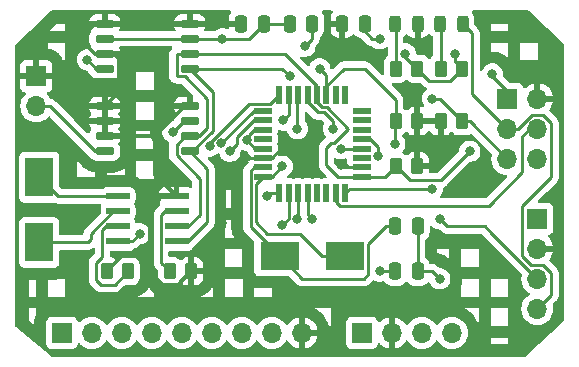
<source format=gtl>
%TF.GenerationSoftware,KiCad,Pcbnew,8.0.6*%
%TF.CreationDate,2024-11-27T00:55:28-08:00*%
%TF.ProjectId,Project 3 MCUdatalogger,50726f6a-6563-4742-9033-204d43556461,1*%
%TF.SameCoordinates,Original*%
%TF.FileFunction,Copper,L1,Top*%
%TF.FilePolarity,Positive*%
%FSLAX46Y46*%
G04 Gerber Fmt 4.6, Leading zero omitted, Abs format (unit mm)*
G04 Created by KiCad (PCBNEW 8.0.6) date 2024-11-27 00:55:28*
%MOMM*%
%LPD*%
G01*
G04 APERTURE LIST*
G04 Aperture macros list*
%AMRoundRect*
0 Rectangle with rounded corners*
0 $1 Rounding radius*
0 $2 $3 $4 $5 $6 $7 $8 $9 X,Y pos of 4 corners*
0 Add a 4 corners polygon primitive as box body*
4,1,4,$2,$3,$4,$5,$6,$7,$8,$9,$2,$3,0*
0 Add four circle primitives for the rounded corners*
1,1,$1+$1,$2,$3*
1,1,$1+$1,$4,$5*
1,1,$1+$1,$6,$7*
1,1,$1+$1,$8,$9*
0 Add four rect primitives between the rounded corners*
20,1,$1+$1,$2,$3,$4,$5,0*
20,1,$1+$1,$4,$5,$6,$7,0*
20,1,$1+$1,$6,$7,$8,$9,0*
20,1,$1+$1,$8,$9,$2,$3,0*%
G04 Aperture macros list end*
%TA.AperFunction,SMDPad,CuDef*%
%ADD10R,3.325000X2.400000*%
%TD*%
%TA.AperFunction,SMDPad,CuDef*%
%ADD11R,2.400000X3.325000*%
%TD*%
%TA.AperFunction,SMDPad,CuDef*%
%ADD12RoundRect,0.068750X-0.206250X-0.666250X0.206250X-0.666250X0.206250X0.666250X-0.206250X0.666250X0*%
%TD*%
%TA.AperFunction,SMDPad,CuDef*%
%ADD13RoundRect,0.068750X-0.666250X-0.206250X0.666250X-0.206250X0.666250X0.206250X-0.666250X0.206250X0*%
%TD*%
%TA.AperFunction,SMDPad,CuDef*%
%ADD14RoundRect,0.150000X-0.650000X-0.150000X0.650000X-0.150000X0.650000X0.150000X-0.650000X0.150000X0*%
%TD*%
%TA.AperFunction,SMDPad,CuDef*%
%ADD15RoundRect,0.073750X-0.911250X-0.221250X0.911250X-0.221250X0.911250X0.221250X-0.911250X0.221250X0*%
%TD*%
%TA.AperFunction,SMDPad,CuDef*%
%ADD16RoundRect,0.250000X-0.262500X-0.450000X0.262500X-0.450000X0.262500X0.450000X-0.262500X0.450000X0*%
%TD*%
%TA.AperFunction,SMDPad,CuDef*%
%ADD17RoundRect,0.250000X0.262500X0.450000X-0.262500X0.450000X-0.262500X-0.450000X0.262500X-0.450000X0*%
%TD*%
%TA.AperFunction,ComponentPad*%
%ADD18O,1.700000X1.700000*%
%TD*%
%TA.AperFunction,ComponentPad*%
%ADD19R,1.700000X1.700000*%
%TD*%
%TA.AperFunction,SMDPad,CuDef*%
%ADD20RoundRect,0.243750X-0.243750X-0.456250X0.243750X-0.456250X0.243750X0.456250X-0.243750X0.456250X0*%
%TD*%
%TA.AperFunction,SMDPad,CuDef*%
%ADD21RoundRect,0.250000X-0.250000X-0.475000X0.250000X-0.475000X0.250000X0.475000X-0.250000X0.475000X0*%
%TD*%
%TA.AperFunction,SMDPad,CuDef*%
%ADD22RoundRect,0.250000X0.250000X0.475000X-0.250000X0.475000X-0.250000X-0.475000X0.250000X-0.475000X0*%
%TD*%
%TA.AperFunction,ViaPad*%
%ADD23C,0.800000*%
%TD*%
%TA.AperFunction,ViaPad*%
%ADD24C,0.900000*%
%TD*%
%TA.AperFunction,Conductor*%
%ADD25C,0.250000*%
%TD*%
%TA.AperFunction,Conductor*%
%ADD26C,0.350000*%
%TD*%
G04 APERTURE END LIST*
D10*
%TO.P,Y2,2,2*%
%TO.N,Net-(U4-PB6)*%
X60737500Y-79375000D03*
%TO.P,Y2,1,1*%
%TO.N,Net-(U4-PB7)*%
X66262500Y-79375000D03*
%TD*%
D11*
%TO.P,Y1,1,1*%
%TO.N,Net-(U2-X1)*%
X40386000Y-72675500D03*
%TO.P,Y1,2,2*%
%TO.N,Net-(U2-X2)*%
X40386000Y-78200500D03*
%TD*%
D12*
%TO.P,U4,32,PD2*%
%TO.N,/D2*%
X60700000Y-65680000D03*
%TO.P,U4,31,PD1*%
%TO.N,/TX*%
X61500000Y-65680000D03*
%TO.P,U4,30,PD0*%
%TO.N,/RX*%
X62300000Y-65680000D03*
%TO.P,U4,29,PC6/~{RESET}*%
%TO.N,/RESET*%
X63100000Y-65680000D03*
%TO.P,U4,28,PC5*%
%TO.N,/SCK*%
X63900000Y-65680000D03*
%TO.P,U4,27,PC4*%
%TO.N,/SDA*%
X64700000Y-65680000D03*
%TO.P,U4,26,PC3*%
%TO.N,unconnected-(U4-PC3-Pad26)*%
X65500000Y-65680000D03*
%TO.P,U4,25,PC2*%
%TO.N,unconnected-(U4-PC2-Pad25)*%
X66300000Y-65680000D03*
D13*
%TO.P,U4,24,PC1*%
%TO.N,unconnected-(U4-PC1-Pad24)*%
X67670000Y-67050000D03*
%TO.P,U4,23,PC0*%
%TO.N,unconnected-(U4-PC0-Pad23)*%
X67670000Y-67850000D03*
%TO.P,U4,22,ADC7*%
%TO.N,unconnected-(U4-ADC7-Pad22)*%
X67670000Y-68650000D03*
%TO.P,U4,21,GND*%
%TO.N,GND*%
X67670000Y-69450000D03*
%TO.P,U4,20,AREF*%
%TO.N,Net-(U4-AREF)*%
X67670000Y-70250000D03*
%TO.P,U4,19,ADC6*%
%TO.N,unconnected-(U4-ADC6-Pad19)*%
X67670000Y-71050000D03*
%TO.P,U4,18,AVCC*%
%TO.N,/Vcc*%
X67670000Y-71850000D03*
%TO.P,U4,17,PB5*%
%TO.N,/SCK*%
X67670000Y-72650000D03*
D12*
%TO.P,U4,16,PB4*%
%TO.N,/MISO*%
X66300000Y-74020000D03*
%TO.P,U4,15,PB3*%
%TO.N,/MOSI*%
X65500000Y-74020000D03*
%TO.P,U4,14,PB2*%
%TO.N,unconnected-(U4-PB2-Pad14)*%
X64700000Y-74020000D03*
%TO.P,U4,13,PB1*%
%TO.N,unconnected-(U4-PB1-Pad13)*%
X63900000Y-74020000D03*
%TO.P,U4,12,PB0*%
%TO.N,/D8*%
X63100000Y-74020000D03*
%TO.P,U4,11,PD7*%
%TO.N,/D7*%
X62300000Y-74020000D03*
%TO.P,U4,10,PD6*%
%TO.N,/D6*%
X61500000Y-74020000D03*
%TO.P,U4,9,PD5*%
%TO.N,/D5*%
X60700000Y-74020000D03*
D13*
%TO.P,U4,8,PB7*%
%TO.N,Net-(U4-PB7)*%
X59330000Y-72650000D03*
%TO.P,U4,7,PB6*%
%TO.N,Net-(U4-PB6)*%
X59330000Y-71850000D03*
%TO.P,U4,6,VCC*%
%TO.N,/Vcc*%
X59330000Y-71050000D03*
%TO.P,U4,5,GND*%
%TO.N,GND*%
X59330000Y-70250000D03*
%TO.P,U4,4,VCC*%
%TO.N,unconnected-(U4-VCC-Pad4)*%
X59330000Y-69450000D03*
%TO.P,U4,3,GND*%
%TO.N,GND*%
X59330000Y-68650000D03*
%TO.P,U4,2,PD4*%
%TO.N,/D4*%
X59330000Y-67850000D03*
%TO.P,U4,1,PD3*%
%TO.N,/D3*%
X59330000Y-67050000D03*
%TD*%
D14*
%TO.P,U3,8,VCC*%
%TO.N,/Vcc*%
X53130000Y-59690000D03*
%TO.P,U3,7,WP*%
%TO.N,GND*%
X53130000Y-60960000D03*
%TO.P,U3,6,SCL*%
%TO.N,/SCK*%
X53130000Y-62230000D03*
%TO.P,U3,5,SDA*%
%TO.N,/SDA*%
X53130000Y-63500000D03*
%TO.P,U3,4,GND*%
%TO.N,GND*%
X45930000Y-63500000D03*
%TO.P,U3,3,A2*%
%TO.N,/Vcc*%
X45930000Y-62230000D03*
%TO.P,U3,2,A1*%
%TO.N,GND*%
X45930000Y-60960000D03*
%TO.P,U3,1,A0*%
%TO.N,/Vcc*%
X45930000Y-59690000D03*
%TD*%
D15*
%TO.P,U2,1,X1*%
%TO.N,Net-(U2-X1)*%
X47055000Y-74295000D03*
%TO.P,U2,2,X2*%
%TO.N,Net-(U2-X2)*%
X47055000Y-75565000D03*
%TO.P,U2,3,~{INTA}*%
%TO.N,Net-(U2-~{INTA})*%
X47055000Y-76835000D03*
%TO.P,U2,4,GND*%
%TO.N,GND*%
X47055000Y-78105000D03*
%TO.P,U2,5,SDA*%
%TO.N,/SDA*%
X52005000Y-78105000D03*
%TO.P,U2,6,SCL*%
%TO.N,/SCK*%
X52005000Y-76835000D03*
%TO.P,U2,7,SQW/~INT*%
%TO.N,Net-(U2-SQW{slash}~INT)*%
X52005000Y-75565000D03*
%TO.P,U2,8,VCC*%
%TO.N,/Vcc*%
X52005000Y-74295000D03*
%TD*%
D14*
%TO.P,U1,1,A0*%
%TO.N,/Vcc*%
X45930000Y-66675000D03*
%TO.P,U1,2,A1*%
X45930000Y-67945000D03*
%TO.P,U1,3,A2*%
X45930000Y-69215000D03*
%TO.P,U1,4,GND*%
%TO.N,GND*%
X45930000Y-70485000D03*
%TO.P,U1,5,SDA*%
%TO.N,/SDA*%
X53130000Y-70485000D03*
%TO.P,U1,6,SCL*%
%TO.N,/SCK*%
X53130000Y-69215000D03*
%TO.P,U1,7,WP*%
%TO.N,GND*%
X53130000Y-67945000D03*
%TO.P,U1,8,VCC*%
%TO.N,/Vcc*%
X53130000Y-66675000D03*
%TD*%
D16*
%TO.P,R7,2*%
%TO.N,GND*%
X72390000Y-63500000D03*
%TO.P,R7,1*%
%TO.N,Net-(D2-K)*%
X70565000Y-63500000D03*
%TD*%
%TO.P,R6,2*%
%TO.N,/RESET*%
X76200000Y-67945000D03*
%TO.P,R6,1*%
%TO.N,/Vcc*%
X74375000Y-67945000D03*
%TD*%
D17*
%TO.P,R5,1*%
%TO.N,GND*%
X76200000Y-63500000D03*
%TO.P,R5,2*%
%TO.N,Net-(D1-K)*%
X74375000Y-63500000D03*
%TD*%
%TO.P,R4,1*%
%TO.N,/Vcc*%
X72390000Y-67945000D03*
%TO.P,R4,2*%
%TO.N,/SDA*%
X70565000Y-67945000D03*
%TD*%
%TO.P,R3,1*%
%TO.N,/Vcc*%
X72390000Y-71755000D03*
%TO.P,R3,2*%
%TO.N,/SCK*%
X70565000Y-71755000D03*
%TD*%
%TO.P,R2,1*%
%TO.N,/Vcc*%
X53260000Y-80645000D03*
%TO.P,R2,2*%
%TO.N,Net-(U2-SQW{slash}~INT)*%
X51435000Y-80645000D03*
%TD*%
D16*
%TO.P,R1,1*%
%TO.N,/Vcc*%
X46077500Y-80645000D03*
%TO.P,R1,2*%
%TO.N,Net-(U2-~{INTA})*%
X47902500Y-80645000D03*
%TD*%
D18*
%TO.P,J4,6,Pin_6*%
%TO.N,GND*%
X82550000Y-71120000D03*
%TO.P,J4,5,Pin_5*%
%TO.N,/RESET*%
X80010000Y-71120000D03*
%TO.P,J4,4,Pin_4*%
%TO.N,/MOSI*%
X82550000Y-68580000D03*
%TO.P,J4,3,Pin_3*%
%TO.N,/SCK*%
X80010000Y-68580000D03*
%TO.P,J4,2,Pin_2*%
%TO.N,/Vcc*%
X82550000Y-66040000D03*
D19*
%TO.P,J4,1,Pin_1*%
%TO.N,/MISO*%
X80010000Y-66040000D03*
%TD*%
%TO.P,J3,1,Pin_1*%
%TO.N,GND*%
X67691000Y-85852000D03*
D18*
%TO.P,J3,2,Pin_2*%
%TO.N,/Vcc*%
X70231000Y-85852000D03*
%TO.P,J3,3,Pin_3*%
%TO.N,/RX*%
X72771000Y-85852000D03*
%TO.P,J3,4,Pin_4*%
%TO.N,/TX*%
X75311000Y-85852000D03*
%TD*%
D19*
%TO.P,J2,1,Pin_1*%
%TO.N,/D2*%
X42291000Y-85852000D03*
D18*
%TO.P,J2,2,Pin_2*%
%TO.N,/D3*%
X44831000Y-85852000D03*
%TO.P,J2,3,Pin_3*%
%TO.N,/D4*%
X47371000Y-85852000D03*
%TO.P,J2,4,Pin_4*%
%TO.N,/D5*%
X49911000Y-85852000D03*
%TO.P,J2,5,Pin_5*%
%TO.N,/D6*%
X52451000Y-85852000D03*
%TO.P,J2,6,Pin_6*%
%TO.N,/D7*%
X54991000Y-85852000D03*
%TO.P,J2,7,Pin_7*%
%TO.N,/D8*%
X57531000Y-85852000D03*
%TO.P,J2,8,Pin_8*%
%TO.N,GND*%
X60071000Y-85852000D03*
%TO.P,J2,9,Pin_9*%
%TO.N,/Vcc*%
X62611000Y-85852000D03*
%TD*%
%TO.P,J1,4,Pin_4*%
%TO.N,/SCK*%
X82550000Y-83820000D03*
%TO.P,J1,3,Pin_3*%
%TO.N,/SDA*%
X82550000Y-81280000D03*
%TO.P,J1,2,Pin_2*%
%TO.N,/Vcc*%
X82550000Y-78740000D03*
D19*
%TO.P,J1,1,Pin_1*%
%TO.N,GND*%
X82550000Y-76200000D03*
%TD*%
D20*
%TO.P,D2,2,A*%
%TO.N,/Vcc*%
X72415000Y-59690000D03*
%TO.P,D2,1,K*%
%TO.N,Net-(D2-K)*%
X70540000Y-59690000D03*
%TD*%
%TO.P,D1,1,K*%
%TO.N,Net-(D1-K)*%
X74350000Y-59690000D03*
%TO.P,D1,2,A*%
%TO.N,/SCK*%
X76225000Y-59690000D03*
%TD*%
D21*
%TO.P,C5,2*%
%TO.N,GND*%
X67945000Y-59690000D03*
%TO.P,C5,1*%
%TO.N,/Vcc*%
X66045000Y-59690000D03*
%TD*%
D22*
%TO.P,C4,2*%
%TO.N,Net-(U4-AREF)*%
X70527500Y-80645000D03*
%TO.P,C4,1*%
%TO.N,GND*%
X72427500Y-80645000D03*
%TD*%
D21*
%TO.P,C3,2*%
%TO.N,Net-(U4-PB7)*%
X63500000Y-59690000D03*
%TO.P,C3,1*%
%TO.N,GND*%
X61600000Y-59690000D03*
%TD*%
D22*
%TO.P,C2,2*%
%TO.N,Net-(U4-PB6)*%
X70527500Y-76835000D03*
%TO.P,C2,1*%
%TO.N,GND*%
X72427500Y-76835000D03*
%TD*%
D21*
%TO.P,C1,2*%
%TO.N,GND*%
X59375000Y-59690000D03*
%TO.P,C1,1*%
%TO.N,/Vcc*%
X57475000Y-59690000D03*
%TD*%
D19*
%TO.P,BT1,1,+*%
%TO.N,/Vcc*%
X40132000Y-64135000D03*
D18*
%TO.P,BT1,2,-*%
%TO.N,GND*%
X40132000Y-66675000D03*
%TD*%
D23*
%TO.N,GND*%
X44450000Y-62738000D03*
X69088000Y-70866000D03*
%TO.N,/RESET*%
X73660000Y-66040000D03*
X65278000Y-68580000D03*
%TO.N,/Vcc*%
X63680000Y-70226347D03*
%TO.N,GND*%
X57933508Y-69537492D03*
%TO.N,/SCK*%
X76835000Y-70485000D03*
%TO.N,GND*%
X55880000Y-60960000D03*
%TO.N,/D2*%
X54805153Y-70045153D03*
%TO.N,/D3*%
X55807891Y-69777891D03*
%TO.N,/D4*%
X56515000Y-70485000D03*
%TO.N,/D5*%
X59690000Y-74295000D03*
%TO.N,/D6*%
X60960000Y-76745000D03*
%TO.N,/D7*%
X62230000Y-76200000D03*
%TO.N,/D8*%
X63500000Y-76200000D03*
%TO.N,/SDA*%
X64135000Y-63500000D03*
X61595000Y-64135000D03*
%TO.N,/Vcc*%
X57404000Y-71755000D03*
%TO.N,/MISO*%
X73660000Y-73660000D03*
X78740000Y-63940000D03*
%TO.N,Net-(U4-PB7)*%
X60960000Y-71755000D03*
X62865000Y-61595000D03*
%TO.N,/Vcc*%
X73152000Y-61341000D03*
X66045000Y-61214000D03*
X65913000Y-71628000D03*
%TO.N,/TX*%
X61050000Y-67855000D03*
%TO.N,/RX*%
X62230000Y-68580000D03*
%TO.N,Net-(U4-AREF)*%
X65913000Y-70250000D03*
X69215000Y-80645000D03*
%TO.N,GND*%
X74295000Y-81280000D03*
%TO.N,/SDA*%
X70485000Y-69850000D03*
X74295000Y-76200000D03*
D24*
%TO.N,/Vcc*%
X74930000Y-70485000D03*
D23*
%TO.N,GND*%
X75565000Y-62230000D03*
X69215000Y-60960000D03*
X71374000Y-62230000D03*
X51700864Y-68845864D03*
X48895000Y-77470000D03*
%TD*%
D25*
%TO.N,Net-(U4-AREF)*%
X65913000Y-70250000D02*
X67670000Y-70250000D01*
%TO.N,/Vcc*%
X72415000Y-61239000D02*
X72415000Y-59690000D01*
X73152000Y-61341000D02*
X72517000Y-61341000D01*
X72517000Y-61341000D02*
X72415000Y-61239000D01*
%TO.N,GND*%
X58646016Y-70250000D02*
X59330000Y-70250000D01*
X57933508Y-69537492D02*
X58646016Y-70250000D01*
%TO.N,/Vcc*%
X58109000Y-71050000D02*
X57404000Y-71755000D01*
X59330000Y-71050000D02*
X58109000Y-71050000D01*
X60888653Y-70226347D02*
X60065000Y-71050000D01*
X60065000Y-71050000D02*
X59330000Y-71050000D01*
X63680000Y-70226347D02*
X60888653Y-70226347D01*
X65913000Y-71628000D02*
X66135000Y-71850000D01*
X66135000Y-71850000D02*
X67670000Y-71850000D01*
%TO.N,/SCK*%
X65665000Y-72650000D02*
X67670000Y-72650000D01*
X64680000Y-71665000D02*
X65665000Y-72650000D01*
X64680000Y-70184695D02*
X64680000Y-71665000D01*
X65104695Y-69760000D02*
X64680000Y-70184695D01*
X66548000Y-68580000D02*
X65368000Y-69760000D01*
X64708000Y-66740000D02*
X66548000Y-68580000D01*
X64328748Y-66740000D02*
X64708000Y-66740000D01*
X65368000Y-69760000D02*
X65104695Y-69760000D01*
X63900000Y-66311252D02*
X64328748Y-66740000D01*
X63900000Y-65680000D02*
X63900000Y-66311252D01*
%TO.N,GND*%
X58595000Y-68650000D02*
X59330000Y-68650000D01*
X58166000Y-69079000D02*
X58595000Y-68650000D01*
X57970508Y-69537492D02*
X58166000Y-69342000D01*
X57933508Y-69537492D02*
X57970508Y-69537492D01*
X58166000Y-69342000D02*
X58166000Y-69079000D01*
X71374000Y-62484000D02*
X72390000Y-63500000D01*
X71374000Y-62230000D02*
X71374000Y-62484000D01*
%TO.N,/Vcc*%
X66045000Y-61214000D02*
X66045000Y-59690000D01*
D26*
X62738000Y-86233000D02*
X62738000Y-85979000D01*
X62738000Y-85979000D02*
X62611000Y-85852000D01*
D25*
%TO.N,Net-(U2-X2)*%
X44481500Y-78200500D02*
X40386000Y-78200500D01*
X44740000Y-77942000D02*
X44481500Y-78200500D01*
X44740000Y-77451538D02*
X44740000Y-77942000D01*
X47055000Y-75565000D02*
X46626538Y-75565000D01*
%TO.N,Net-(U2-X1)*%
X42005500Y-74295000D02*
X40386000Y-72675500D01*
X47055000Y-74295000D02*
X42005500Y-74295000D01*
%TO.N,Net-(U2-X2)*%
X46626538Y-75565000D02*
X44740000Y-77451538D01*
%TO.N,GND*%
X41320001Y-66675000D02*
X40132000Y-66675000D01*
X45130001Y-70485000D02*
X41320001Y-66675000D01*
X45930000Y-70485000D02*
X45130001Y-70485000D01*
%TO.N,/SCK*%
X83725000Y-80793299D02*
X83725000Y-82645000D01*
X83725000Y-82645000D02*
X82550000Y-83820000D01*
X82011396Y-80105000D02*
X83036701Y-80105000D01*
X83036701Y-80105000D02*
X83725000Y-80793299D01*
X81280698Y-75119302D02*
X81280698Y-79374302D01*
X81280698Y-79374302D02*
X82011396Y-80105000D01*
X83725000Y-72675000D02*
X81280698Y-75119302D01*
X83725000Y-68093299D02*
X83725000Y-72675000D01*
X83036701Y-67405000D02*
X83725000Y-68093299D01*
X82063299Y-67405000D02*
X83036701Y-67405000D01*
X80888299Y-68580000D02*
X82063299Y-67405000D01*
X80010000Y-68580000D02*
X80888299Y-68580000D01*
%TO.N,/MOSI*%
X65500000Y-74755000D02*
X65500000Y-74020000D01*
X81280000Y-72263000D02*
X78463000Y-75080000D01*
X81280000Y-69215000D02*
X81280000Y-72263000D01*
X81915000Y-68580000D02*
X81280000Y-69215000D01*
X78463000Y-75080000D02*
X65825000Y-75080000D01*
X65825000Y-75080000D02*
X65500000Y-74755000D01*
X82550000Y-68580000D02*
X81915000Y-68580000D01*
%TO.N,GND*%
X72427500Y-76835000D02*
X72427500Y-80645000D01*
%TO.N,Net-(U4-PB6)*%
X62642500Y-81280000D02*
X60737500Y-79375000D01*
X67870000Y-81280000D02*
X62642500Y-81280000D01*
X68250000Y-78308000D02*
X68250000Y-80900000D01*
X69723000Y-76835000D02*
X68250000Y-78308000D01*
X70527500Y-76835000D02*
X69723000Y-76835000D01*
X68250000Y-80900000D02*
X67870000Y-81280000D01*
%TO.N,/RX*%
X62230000Y-65750000D02*
X62300000Y-65680000D01*
X62230000Y-68580000D02*
X62230000Y-65750000D01*
%TO.N,/RESET*%
X64521604Y-67190000D02*
X63978748Y-67190000D01*
X65278000Y-67946396D02*
X64521604Y-67190000D01*
X63100000Y-66311252D02*
X63100000Y-65680000D01*
X65278000Y-68580000D02*
X65278000Y-67946396D01*
X63978748Y-67190000D02*
X63100000Y-66311252D01*
%TO.N,/D2*%
X59930000Y-66450000D02*
X60700000Y-65680000D01*
X58110477Y-66450000D02*
X59930000Y-66450000D01*
X54805153Y-69755324D02*
X58110477Y-66450000D01*
X54805153Y-70045153D02*
X54805153Y-69755324D01*
%TO.N,GND*%
X45085000Y-63373000D02*
X44450000Y-62738000D01*
X45085000Y-63500000D02*
X45085000Y-63373000D01*
X45930000Y-63500000D02*
X45085000Y-63500000D01*
%TO.N,Net-(U2-~{INTA})*%
X45190000Y-81360810D02*
X45617190Y-81788000D01*
X45190000Y-79929190D02*
X45190000Y-81360810D01*
X46759500Y-81788000D02*
X47902500Y-80645000D01*
X45720000Y-79399190D02*
X45190000Y-79929190D01*
X45720000Y-77185000D02*
X45720000Y-79399190D01*
X46070000Y-76835000D02*
X45720000Y-77185000D01*
X45617190Y-81788000D02*
X46759500Y-81788000D01*
X47055000Y-76835000D02*
X46070000Y-76835000D01*
%TO.N,Net-(U2-SQW{slash}~INT)*%
X50695000Y-75890000D02*
X50695000Y-79905000D01*
X51020000Y-75565000D02*
X50695000Y-75890000D01*
X52005000Y-75565000D02*
X51020000Y-75565000D01*
X50695000Y-79905000D02*
X51435000Y-80645000D01*
D26*
%TO.N,/Vcc*%
X49720000Y-78677000D02*
X49720000Y-75375000D01*
X49720000Y-75375000D02*
X50800000Y-74295000D01*
X50800000Y-74295000D02*
X52005000Y-74295000D01*
X49022000Y-79375000D02*
X49720000Y-78677000D01*
X50885978Y-81770000D02*
X52135000Y-81770000D01*
X49022000Y-79906022D02*
X50885978Y-81770000D01*
X49022000Y-79375000D02*
X49022000Y-79906022D01*
X47347500Y-79375000D02*
X49022000Y-79375000D01*
X52135000Y-81770000D02*
X53260000Y-80645000D01*
D25*
%TO.N,GND*%
X69088000Y-70133000D02*
X69088000Y-70866000D01*
X68405000Y-69450000D02*
X69088000Y-70133000D01*
X67670000Y-69450000D02*
X68405000Y-69450000D01*
X75175000Y-64525000D02*
X76200000Y-63500000D01*
X73415000Y-64525000D02*
X75175000Y-64525000D01*
X72390000Y-63500000D02*
X73415000Y-64525000D01*
%TO.N,/RESET*%
X74295000Y-66040000D02*
X76200000Y-67945000D01*
X73660000Y-66040000D02*
X74295000Y-66040000D01*
%TO.N,GND*%
X58575305Y-70250000D02*
X59330000Y-70250000D01*
%TO.N,/SCK*%
X74385000Y-72935000D02*
X76835000Y-70485000D01*
X71745000Y-72935000D02*
X74385000Y-72935000D01*
X70565000Y-71755000D02*
X71745000Y-72935000D01*
D26*
%TO.N,/Vcc*%
X45930000Y-59690000D02*
X53130000Y-59690000D01*
D25*
%TO.N,GND*%
X55880000Y-60960000D02*
X58105000Y-60960000D01*
D26*
%TO.N,/Vcc*%
X47155000Y-65450000D02*
X45930000Y-66675000D01*
X47155000Y-62655001D02*
X47155000Y-65450000D01*
X46729999Y-62230000D02*
X47155000Y-62655001D01*
X45930000Y-62230000D02*
X46729999Y-62230000D01*
X50165000Y-72455000D02*
X50165000Y-69215000D01*
X52005000Y-74295000D02*
X50165000Y-72455000D01*
D25*
%TO.N,/D3*%
X58535782Y-67050000D02*
X59330000Y-67050000D01*
X55807891Y-69777891D02*
X58535782Y-67050000D01*
%TO.N,/D4*%
X58595000Y-67850000D02*
X59330000Y-67850000D01*
X57150000Y-69295000D02*
X58595000Y-67850000D01*
X57150000Y-69850000D02*
X57150000Y-69295000D01*
X56515000Y-70485000D02*
X57150000Y-69850000D01*
%TO.N,/D5*%
X59965000Y-74020000D02*
X59690000Y-74295000D01*
X60700000Y-74020000D02*
X59965000Y-74020000D01*
%TO.N,/D6*%
X61500000Y-74020000D02*
X61500000Y-76205000D01*
X61500000Y-76205000D02*
X60960000Y-76745000D01*
%TO.N,/D7*%
X62300000Y-76130000D02*
X62230000Y-76200000D01*
X62300000Y-74020000D02*
X62300000Y-76130000D01*
%TO.N,/D8*%
X63500000Y-76200000D02*
X63100000Y-75800000D01*
X63100000Y-75800000D02*
X63100000Y-74020000D01*
%TO.N,/SDA*%
X64700000Y-64065000D02*
X64700000Y-65680000D01*
X64135000Y-63500000D02*
X64700000Y-64065000D01*
X60960000Y-63500000D02*
X61595000Y-64135000D01*
X53130000Y-63500000D02*
X60960000Y-63500000D01*
%TO.N,/SCK*%
X63900000Y-64945000D02*
X63900000Y-65680000D01*
X61185000Y-62230000D02*
X63900000Y-64945000D01*
X53130000Y-62230000D02*
X61185000Y-62230000D01*
%TO.N,/SDA*%
X55060000Y-68765000D02*
X53340000Y-70485000D01*
X55060000Y-65430000D02*
X55060000Y-68765000D01*
X53340000Y-70485000D02*
X53130000Y-70485000D01*
X53130000Y-63500000D02*
X55060000Y-65430000D01*
%TO.N,/SCK*%
X52070000Y-62230000D02*
X53130000Y-62230000D01*
X52005000Y-62295000D02*
X52070000Y-62230000D01*
X52060000Y-64125000D02*
X52005000Y-64070000D01*
X52695000Y-64125000D02*
X52060000Y-64125000D01*
X52005000Y-64070000D02*
X52005000Y-62295000D01*
X54610000Y-66040000D02*
X52695000Y-64125000D01*
X53929999Y-69215000D02*
X54610000Y-68534999D01*
X54610000Y-68534999D02*
X54610000Y-66040000D01*
X53130000Y-69215000D02*
X53929999Y-69215000D01*
%TO.N,/SDA*%
X54610000Y-71965000D02*
X53130000Y-70485000D01*
X54610000Y-76485000D02*
X54610000Y-71965000D01*
X52990000Y-78105000D02*
X54610000Y-76485000D01*
X52005000Y-78105000D02*
X52990000Y-78105000D01*
%TO.N,/SCK*%
X52005000Y-69915000D02*
X52705000Y-69215000D01*
X53975000Y-72805908D02*
X52005000Y-70835908D01*
X53975000Y-75850000D02*
X53975000Y-72805908D01*
X52005000Y-70835908D02*
X52005000Y-69915000D01*
X52005000Y-76835000D02*
X52990000Y-76835000D01*
X52990000Y-76835000D02*
X53975000Y-75850000D01*
X52705000Y-69215000D02*
X53130000Y-69215000D01*
%TO.N,/MISO*%
X66660000Y-73660000D02*
X66300000Y-74020000D01*
X73660000Y-73660000D02*
X66660000Y-73660000D01*
X78740000Y-64135000D02*
X78740000Y-63940000D01*
X80010000Y-65405000D02*
X78740000Y-64135000D01*
X80010000Y-66040000D02*
X80010000Y-65405000D01*
%TO.N,Net-(U4-PB7)*%
X60065000Y-72650000D02*
X59330000Y-72650000D01*
X60960000Y-71755000D02*
X60065000Y-72650000D01*
X63500000Y-60960000D02*
X62865000Y-61595000D01*
X63500000Y-59690000D02*
X63500000Y-60960000D01*
%TO.N,/TX*%
X61050000Y-67855000D02*
X61500000Y-67405000D01*
X61500000Y-67405000D02*
X61500000Y-65680000D01*
%TO.N,Net-(U4-AREF)*%
X70527500Y-80645000D02*
X69215000Y-80645000D01*
%TO.N,GND*%
X73660000Y-80645000D02*
X74295000Y-81280000D01*
X72427500Y-80645000D02*
X73660000Y-80645000D01*
%TO.N,/SDA*%
X70485000Y-68025000D02*
X70565000Y-67945000D01*
X70485000Y-69850000D02*
X70485000Y-68025000D01*
X78105000Y-76835000D02*
X74930000Y-76835000D01*
X78740000Y-77470000D02*
X78105000Y-76835000D01*
X74930000Y-76835000D02*
X74295000Y-76200000D01*
X82550000Y-81280000D02*
X78740000Y-77470000D01*
D26*
%TO.N,/Vcc*%
X74295000Y-69850000D02*
X74930000Y-70485000D01*
X72390000Y-69850000D02*
X72390000Y-67945000D01*
X72390000Y-69850000D02*
X74295000Y-69850000D01*
X72390000Y-71755000D02*
X72390000Y-69850000D01*
D25*
%TO.N,/SCK*%
X77037500Y-65607500D02*
X77037500Y-60502500D01*
X77037500Y-60502500D02*
X76225000Y-59690000D01*
X80010000Y-68580000D02*
X77037500Y-65607500D01*
D26*
%TO.N,/Vcc*%
X74375000Y-67945000D02*
X72390000Y-67945000D01*
D25*
%TO.N,/RESET*%
X76835000Y-67945000D02*
X80010000Y-71120000D01*
X76200000Y-67945000D02*
X76835000Y-67945000D01*
%TO.N,GND*%
X75565000Y-62865000D02*
X75565000Y-62230000D01*
X76200000Y-63500000D02*
X75565000Y-62865000D01*
%TO.N,Net-(D1-K)*%
X74375000Y-59715000D02*
X74350000Y-59690000D01*
X74375000Y-63500000D02*
X74375000Y-59715000D01*
%TO.N,GND*%
X68580000Y-60960000D02*
X69215000Y-60960000D01*
%TO.N,Net-(D2-K)*%
X70565000Y-59715000D02*
X70540000Y-59690000D01*
X70565000Y-63500000D02*
X70565000Y-59715000D01*
%TO.N,/SDA*%
X67945000Y-63500000D02*
X66145000Y-63500000D01*
X70565000Y-66120000D02*
X67945000Y-63500000D01*
X70565000Y-67945000D02*
X70565000Y-66120000D01*
X66145000Y-63500000D02*
X64700000Y-64945000D01*
%TO.N,/SCK*%
X69670000Y-72650000D02*
X67670000Y-72650000D01*
X70565000Y-71755000D02*
X69670000Y-72650000D01*
%TO.N,Net-(U4-PB7)*%
X58720000Y-76500000D02*
X58720000Y-73260000D01*
X59690000Y-77470000D02*
X58720000Y-76500000D01*
X62445000Y-77470000D02*
X59690000Y-77470000D01*
X58720000Y-73260000D02*
X59330000Y-72650000D01*
X66262500Y-79375000D02*
X64350000Y-79375000D01*
X64350000Y-79375000D02*
X62445000Y-77470000D01*
%TO.N,Net-(U4-PB6)*%
X58595000Y-71850000D02*
X59330000Y-71850000D01*
X58270000Y-72175000D02*
X58595000Y-71850000D01*
X58270000Y-76907500D02*
X58270000Y-72175000D01*
X60737500Y-79375000D02*
X58270000Y-76907500D01*
%TO.N,GND*%
X52601728Y-67945000D02*
X51700864Y-68845864D01*
X53130000Y-67945000D02*
X52601728Y-67945000D01*
X48260000Y-78105000D02*
X48895000Y-77470000D01*
X47055000Y-78105000D02*
X48260000Y-78105000D01*
D26*
%TO.N,/Vcc*%
X46077500Y-80645000D02*
X47347500Y-79375000D01*
X50165000Y-69215000D02*
X52705000Y-66675000D01*
X45930000Y-69215000D02*
X50165000Y-69215000D01*
X52705000Y-66675000D02*
X53130000Y-66675000D01*
D25*
%TO.N,GND*%
X52924092Y-67945000D02*
X53130000Y-67945000D01*
D26*
%TO.N,/Vcc*%
X45930000Y-67945000D02*
X45930000Y-69215000D01*
X45930000Y-66675000D02*
X45930000Y-67945000D01*
D25*
%TO.N,GND*%
X47625000Y-60960000D02*
X53130000Y-60960000D01*
X45930000Y-60960000D02*
X47625000Y-60960000D01*
D26*
%TO.N,/Vcc*%
X45130001Y-62230000D02*
X45930000Y-62230000D01*
X45085000Y-59690000D02*
X44450000Y-60325000D01*
X45930000Y-59690000D02*
X45085000Y-59690000D01*
X44450000Y-60325000D02*
X44450000Y-61549999D01*
X44450000Y-61549999D02*
X45130001Y-62230000D01*
D25*
%TO.N,GND*%
X58105000Y-60960000D02*
X59375000Y-59690000D01*
X53130000Y-60960000D02*
X55880000Y-60960000D01*
X59375000Y-59690000D02*
X61600000Y-59690000D01*
D26*
%TO.N,/Vcc*%
X53130000Y-59690000D02*
X57475000Y-59690000D01*
D25*
%TO.N,GND*%
X67945000Y-59690000D02*
X67945000Y-60325000D01*
X67945000Y-60325000D02*
X68580000Y-60960000D01*
%TO.N,/SDA*%
X64700000Y-64945000D02*
X64700000Y-65680000D01*
%TD*%
%TA.AperFunction,Conductor*%
%TO.N,/Vcc*%
G36*
X56601464Y-58566685D02*
G01*
X56647219Y-58619489D01*
X56657163Y-58688647D01*
X56635207Y-58739727D01*
X56636475Y-58740509D01*
X56540643Y-58895875D01*
X56540641Y-58895880D01*
X56485494Y-59062302D01*
X56485493Y-59062309D01*
X56475000Y-59165013D01*
X56475000Y-59440000D01*
X57601000Y-59440000D01*
X57668039Y-59459685D01*
X57713794Y-59512489D01*
X57725000Y-59564000D01*
X57725000Y-59816000D01*
X57705315Y-59883039D01*
X57652511Y-59928794D01*
X57601000Y-59940000D01*
X56475001Y-59940000D01*
X56475001Y-60048248D01*
X56455316Y-60115287D01*
X56402512Y-60161042D01*
X56333354Y-60170986D01*
X56300565Y-60161528D01*
X56268786Y-60147379D01*
X56159803Y-60098856D01*
X56159801Y-60098855D01*
X56159800Y-60098855D01*
X56027244Y-60070680D01*
X55974646Y-60059500D01*
X55785354Y-60059500D01*
X55760278Y-60064830D01*
X55600197Y-60098855D01*
X55600192Y-60098857D01*
X55427270Y-60175848D01*
X55427265Y-60175851D01*
X55274130Y-60287110D01*
X55274126Y-60287114D01*
X55268400Y-60293474D01*
X55208913Y-60330121D01*
X55176252Y-60334500D01*
X54460111Y-60334500D01*
X54393072Y-60314815D01*
X54347317Y-60262011D01*
X54337373Y-60192853D01*
X54353379Y-60147379D01*
X54381281Y-60100198D01*
X54427100Y-59942486D01*
X54427295Y-59940001D01*
X54427295Y-59940000D01*
X51832705Y-59940000D01*
X51832704Y-59940001D01*
X51832899Y-59942486D01*
X51878718Y-60100198D01*
X51906621Y-60147379D01*
X51923804Y-60215103D01*
X51901644Y-60281365D01*
X51847178Y-60325129D01*
X51799889Y-60334500D01*
X47260111Y-60334500D01*
X47193072Y-60314815D01*
X47147317Y-60262011D01*
X47137373Y-60192853D01*
X47153379Y-60147379D01*
X47181281Y-60100198D01*
X47227100Y-59942486D01*
X47227295Y-59940001D01*
X47227295Y-59940000D01*
X44632705Y-59940000D01*
X44632704Y-59940001D01*
X44632899Y-59942486D01*
X44678718Y-60100198D01*
X44762314Y-60241552D01*
X44767100Y-60247722D01*
X44764640Y-60249629D01*
X44791210Y-60298288D01*
X44786226Y-60367980D01*
X44765162Y-60400781D01*
X44766699Y-60401974D01*
X44761915Y-60408140D01*
X44678255Y-60549603D01*
X44678254Y-60549606D01*
X44632402Y-60707426D01*
X44632401Y-60707432D01*
X44629500Y-60744298D01*
X44629500Y-61175701D01*
X44632401Y-61212567D01*
X44632402Y-61212573D01*
X44678254Y-61370393D01*
X44678255Y-61370396D01*
X44761917Y-61511862D01*
X44766702Y-61518031D01*
X44764369Y-61519840D01*
X44791210Y-61568995D01*
X44786226Y-61638687D01*
X44765470Y-61671021D01*
X44767097Y-61672283D01*
X44762311Y-61678452D01*
X44699804Y-61784144D01*
X44648735Y-61831827D01*
X44579993Y-61844330D01*
X44567295Y-61842313D01*
X44544649Y-61837500D01*
X44544646Y-61837500D01*
X44355354Y-61837500D01*
X44329751Y-61842942D01*
X44170197Y-61876855D01*
X44170192Y-61876857D01*
X43997270Y-61953848D01*
X43997265Y-61953851D01*
X43844129Y-62065111D01*
X43717466Y-62205785D01*
X43622821Y-62369715D01*
X43622818Y-62369722D01*
X43564327Y-62549740D01*
X43564326Y-62549744D01*
X43544540Y-62738000D01*
X43564326Y-62926256D01*
X43564327Y-62926259D01*
X43622818Y-63106277D01*
X43622821Y-63106284D01*
X43717467Y-63270216D01*
X43834700Y-63400416D01*
X43844129Y-63410888D01*
X43997265Y-63522148D01*
X43997270Y-63522151D01*
X44170192Y-63599142D01*
X44170197Y-63599144D01*
X44355354Y-63638500D01*
X44382477Y-63638500D01*
X44449516Y-63658185D01*
X44495271Y-63710989D01*
X44497038Y-63715047D01*
X44530687Y-63796282D01*
X44530692Y-63796292D01*
X44599141Y-63898732D01*
X44599144Y-63898736D01*
X44686263Y-63985855D01*
X44723333Y-64010625D01*
X44756785Y-64045967D01*
X44757134Y-64045697D01*
X44759878Y-64049234D01*
X44761167Y-64050596D01*
X44761913Y-64051857D01*
X44761915Y-64051860D01*
X44761917Y-64051862D01*
X44761919Y-64051865D01*
X44878135Y-64168081D01*
X45019602Y-64251744D01*
X45061224Y-64263836D01*
X45177426Y-64297597D01*
X45177429Y-64297597D01*
X45177431Y-64297598D01*
X45214306Y-64300500D01*
X45214314Y-64300500D01*
X46645686Y-64300500D01*
X46645694Y-64300500D01*
X46682569Y-64297598D01*
X46682571Y-64297597D01*
X46682573Y-64297597D01*
X46729366Y-64284002D01*
X46840398Y-64251744D01*
X46981865Y-64168081D01*
X47098081Y-64051865D01*
X47181744Y-63910398D01*
X47227598Y-63752569D01*
X47230500Y-63715694D01*
X47230500Y-63284306D01*
X47227598Y-63247431D01*
X47224617Y-63237172D01*
X47186591Y-63106284D01*
X47181744Y-63089602D01*
X47098081Y-62948135D01*
X47098078Y-62948132D01*
X47093298Y-62941969D01*
X47095635Y-62940155D01*
X47068798Y-62891050D01*
X47073756Y-62821356D01*
X47094554Y-62788998D01*
X47092903Y-62787717D01*
X47097686Y-62781550D01*
X47181281Y-62640198D01*
X47227100Y-62482486D01*
X47227295Y-62480001D01*
X47227295Y-62480000D01*
X45804000Y-62480000D01*
X45736961Y-62460315D01*
X45691206Y-62407511D01*
X45680000Y-62356000D01*
X45680000Y-62104000D01*
X45699685Y-62036961D01*
X45752489Y-61991206D01*
X45804000Y-61980000D01*
X47227295Y-61980000D01*
X47227295Y-61979998D01*
X47227100Y-61977513D01*
X47181281Y-61819801D01*
X47153379Y-61772621D01*
X47136196Y-61704897D01*
X47158356Y-61638635D01*
X47212822Y-61594871D01*
X47260111Y-61585500D01*
X47563394Y-61585500D01*
X51530547Y-61585500D01*
X51597586Y-61605185D01*
X51643341Y-61657989D01*
X51653285Y-61727147D01*
X51624260Y-61790703D01*
X51618228Y-61797181D01*
X51606267Y-61809142D01*
X51584142Y-61831267D01*
X51519144Y-61896264D01*
X51519142Y-61896267D01*
X51496811Y-61929688D01*
X51496810Y-61929690D01*
X51496809Y-61929689D01*
X51450689Y-61998712D01*
X51450687Y-61998716D01*
X51424835Y-62061127D01*
X51424836Y-62061128D01*
X51403536Y-62112549D01*
X51403535Y-62112555D01*
X51379500Y-62233389D01*
X51379500Y-64131611D01*
X51403535Y-64252444D01*
X51403540Y-64252461D01*
X51450685Y-64366281D01*
X51450690Y-64366290D01*
X51473550Y-64400501D01*
X51473551Y-64400502D01*
X51519140Y-64468731D01*
X51519141Y-64468732D01*
X51519142Y-64468733D01*
X51574142Y-64523733D01*
X51651334Y-64600925D01*
X51661269Y-64610860D01*
X51661271Y-64610861D01*
X51717923Y-64648715D01*
X51717924Y-64648715D01*
X51763715Y-64679312D01*
X51814866Y-64700499D01*
X51877548Y-64726463D01*
X51976786Y-64746202D01*
X51998389Y-64750499D01*
X51998393Y-64750500D01*
X51998394Y-64750500D01*
X52384548Y-64750500D01*
X52451587Y-64770185D01*
X52472229Y-64786819D01*
X53382524Y-65697114D01*
X53416009Y-65758437D01*
X53411025Y-65828129D01*
X53382524Y-65872476D01*
X53380000Y-65875000D01*
X53380000Y-66801000D01*
X53360315Y-66868039D01*
X53307511Y-66913794D01*
X53256000Y-66925000D01*
X51832705Y-66925000D01*
X51832704Y-66925001D01*
X51832899Y-66927486D01*
X51878718Y-67085198D01*
X51962314Y-67226552D01*
X51967100Y-67232722D01*
X51964640Y-67234629D01*
X51991210Y-67283288D01*
X51986226Y-67352980D01*
X51965162Y-67385781D01*
X51966699Y-67386974D01*
X51961915Y-67393140D01*
X51878255Y-67534603D01*
X51878254Y-67534606D01*
X51832402Y-67692426D01*
X51832401Y-67692432D01*
X51829500Y-67729298D01*
X51829500Y-67781276D01*
X51809815Y-67848315D01*
X51793181Y-67868957D01*
X51753093Y-67909045D01*
X51691770Y-67942530D01*
X51665412Y-67945364D01*
X51606218Y-67945364D01*
X51589559Y-67948905D01*
X51421061Y-67984719D01*
X51421056Y-67984721D01*
X51248134Y-68061712D01*
X51248129Y-68061715D01*
X51094993Y-68172975D01*
X50968330Y-68313649D01*
X50873685Y-68477579D01*
X50873682Y-68477586D01*
X50815890Y-68655453D01*
X50815190Y-68657608D01*
X50795404Y-68845864D01*
X50815190Y-69034120D01*
X50815191Y-69034123D01*
X50873682Y-69214141D01*
X50873685Y-69214148D01*
X50968331Y-69378080D01*
X51048833Y-69467486D01*
X51094993Y-69518752D01*
X51248129Y-69630012D01*
X51248134Y-69630015D01*
X51319119Y-69661620D01*
X51372356Y-69706870D01*
X51392677Y-69773719D01*
X51390301Y-69799086D01*
X51382819Y-69836708D01*
X51382818Y-69836715D01*
X51379500Y-69853394D01*
X51379500Y-70897514D01*
X51394087Y-70970851D01*
X51403302Y-71017181D01*
X51403537Y-71018361D01*
X51450685Y-71132188D01*
X51450686Y-71132190D01*
X51450688Y-71132194D01*
X51455048Y-71138719D01*
X51482057Y-71179141D01*
X51482059Y-71179143D01*
X51519140Y-71234639D01*
X51519141Y-71234640D01*
X51519142Y-71234641D01*
X51606267Y-71321766D01*
X51606268Y-71321766D01*
X51613335Y-71328833D01*
X51613334Y-71328833D01*
X51613338Y-71328836D01*
X53313181Y-73028679D01*
X53346666Y-73090002D01*
X53349500Y-73116360D01*
X53349500Y-73446606D01*
X53329815Y-73513645D01*
X53277011Y-73559400D01*
X53207853Y-73569344D01*
X53178048Y-73561167D01*
X53066032Y-73514769D01*
X53066028Y-73514768D01*
X52953863Y-73500000D01*
X52255000Y-73500000D01*
X52255000Y-74421000D01*
X52235315Y-74488039D01*
X52182511Y-74533794D01*
X52131000Y-74545000D01*
X50520000Y-74545000D01*
X50520000Y-74553863D01*
X50534768Y-74666028D01*
X50534769Y-74666032D01*
X50592578Y-74805598D01*
X50629797Y-74854102D01*
X50654991Y-74919272D01*
X50640953Y-74987716D01*
X50629798Y-75005074D01*
X50592143Y-75054147D01*
X50592140Y-75054153D01*
X50563313Y-75123746D01*
X50536434Y-75163973D01*
X50296269Y-75404140D01*
X50296267Y-75404142D01*
X50252704Y-75447704D01*
X50209142Y-75491266D01*
X50185191Y-75527112D01*
X50185190Y-75527111D01*
X50140686Y-75593716D01*
X50119799Y-75644141D01*
X50119800Y-75644142D01*
X50094392Y-75705485D01*
X50094387Y-75705497D01*
X50093537Y-75707547D01*
X50093536Y-75707549D01*
X50070398Y-75823878D01*
X50070397Y-75823883D01*
X50069500Y-75828391D01*
X50069500Y-79966610D01*
X50073199Y-79985209D01*
X50093535Y-80087444D01*
X50093537Y-80087452D01*
X50104030Y-80112784D01*
X50104030Y-80112785D01*
X50140685Y-80201280D01*
X50140686Y-80201282D01*
X50140688Y-80201286D01*
X50153556Y-80220544D01*
X50170742Y-80246265D01*
X50170744Y-80246267D01*
X50209141Y-80303732D01*
X50209144Y-80303736D01*
X50300586Y-80395178D01*
X50300608Y-80395198D01*
X50385681Y-80480271D01*
X50419166Y-80541594D01*
X50422000Y-80567952D01*
X50422000Y-81145001D01*
X50422001Y-81145019D01*
X50432500Y-81247796D01*
X50432501Y-81247799D01*
X50487685Y-81414331D01*
X50487687Y-81414336D01*
X50503106Y-81439334D01*
X50579788Y-81563656D01*
X50703844Y-81687712D01*
X50853166Y-81779814D01*
X51019703Y-81834999D01*
X51122491Y-81845500D01*
X51747508Y-81845499D01*
X51747516Y-81845498D01*
X51747519Y-81845498D01*
X51803802Y-81839748D01*
X51850297Y-81834999D01*
X52016834Y-81779814D01*
X52166156Y-81687712D01*
X52260175Y-81593692D01*
X52321494Y-81560210D01*
X52391186Y-81565194D01*
X52435534Y-81593695D01*
X52529154Y-81687315D01*
X52678375Y-81779356D01*
X52678380Y-81779358D01*
X52844802Y-81834505D01*
X52844809Y-81834506D01*
X52947519Y-81844999D01*
X53510000Y-81844999D01*
X53572472Y-81844999D01*
X53572486Y-81844998D01*
X53675197Y-81834505D01*
X53841619Y-81779358D01*
X53841624Y-81779356D01*
X53990845Y-81687315D01*
X54114815Y-81563345D01*
X54206856Y-81414124D01*
X54206858Y-81414119D01*
X54262005Y-81247697D01*
X54262006Y-81247690D01*
X54272499Y-81144986D01*
X54272500Y-81144973D01*
X54272500Y-80895000D01*
X53510000Y-80895000D01*
X53510000Y-81844999D01*
X52947519Y-81844999D01*
X53009999Y-81844998D01*
X53010000Y-81844998D01*
X53010000Y-80395000D01*
X53510000Y-80395000D01*
X54272499Y-80395000D01*
X54272499Y-80297000D01*
X56102000Y-80297000D01*
X57576501Y-80297000D01*
X57576500Y-78795000D01*
X56102000Y-78795000D01*
X56102000Y-80297000D01*
X54272499Y-80297000D01*
X54272499Y-80145028D01*
X54272498Y-80145013D01*
X54262005Y-80042302D01*
X54206858Y-79875880D01*
X54206856Y-79875875D01*
X54114815Y-79726654D01*
X53990845Y-79602684D01*
X53841624Y-79510643D01*
X53841619Y-79510641D01*
X53675197Y-79455494D01*
X53675190Y-79455493D01*
X53572486Y-79445000D01*
X53510000Y-79445000D01*
X53510000Y-80395000D01*
X53010000Y-80395000D01*
X53010000Y-79445000D01*
X53009999Y-79444999D01*
X52947528Y-79445000D01*
X52947511Y-79445001D01*
X52844802Y-79455494D01*
X52678380Y-79510641D01*
X52678375Y-79510643D01*
X52529157Y-79602682D01*
X52435534Y-79696305D01*
X52374210Y-79729789D01*
X52304519Y-79724805D01*
X52260172Y-79696304D01*
X52166157Y-79602289D01*
X52166156Y-79602288D01*
X52032468Y-79519829D01*
X52016836Y-79510187D01*
X52016831Y-79510185D01*
X52015362Y-79509698D01*
X51850297Y-79455001D01*
X51850295Y-79455000D01*
X51747516Y-79444500D01*
X51747509Y-79444500D01*
X51444500Y-79444500D01*
X51377461Y-79424815D01*
X51331706Y-79372011D01*
X51320500Y-79320500D01*
X51320500Y-79024499D01*
X51340185Y-78957460D01*
X51392989Y-78911705D01*
X51444500Y-78900499D01*
X52953888Y-78900499D01*
X53066151Y-78885720D01*
X53066150Y-78885720D01*
X53066159Y-78885719D01*
X53205853Y-78827856D01*
X53325810Y-78735810D01*
X53417856Y-78615853D01*
X53446685Y-78546252D01*
X53473565Y-78506025D01*
X53475858Y-78503733D01*
X53475860Y-78503730D01*
X53482919Y-78496671D01*
X53482925Y-78496663D01*
X54805304Y-77174285D01*
X56102000Y-77174285D01*
X56102000Y-77797000D01*
X56911777Y-77797000D01*
X56911712Y-77796903D01*
X56911700Y-77796884D01*
X56908537Y-77792150D01*
X56872280Y-77737891D01*
X56872245Y-77737836D01*
X56852685Y-77708562D01*
X56843526Y-77689199D01*
X56823982Y-77652634D01*
X56821245Y-77647197D01*
X56805498Y-77613902D01*
X56803032Y-77608338D01*
X56737126Y-77449224D01*
X56734935Y-77443546D01*
X56722530Y-77408876D01*
X56720621Y-77403095D01*
X56706399Y-77356208D01*
X56704776Y-77350346D01*
X56695832Y-77314641D01*
X56694500Y-77308706D01*
X56686000Y-77265983D01*
X56685998Y-77265977D01*
X56669008Y-77180558D01*
X56669008Y-77180557D01*
X56660896Y-77139777D01*
X56659855Y-77133778D01*
X56654451Y-77097345D01*
X56653706Y-77091304D01*
X56648903Y-77042532D01*
X56648455Y-77036462D01*
X56646649Y-76999690D01*
X56646500Y-76993607D01*
X56646500Y-76295000D01*
X56233500Y-76295000D01*
X56233500Y-76473838D01*
X56245034Y-76511861D01*
X56247990Y-76572047D01*
X56219109Y-76717238D01*
X56219096Y-76717323D01*
X56214399Y-76740923D01*
X56214400Y-76740924D01*
X56185508Y-76886180D01*
X56184174Y-76892121D01*
X56175226Y-76927842D01*
X56173603Y-76933707D01*
X56159375Y-76980610D01*
X56157466Y-76986388D01*
X56146583Y-77016801D01*
X56150026Y-77051745D01*
X56137008Y-77120392D01*
X56129725Y-77132792D01*
X56102000Y-77174285D01*
X54805304Y-77174285D01*
X55008729Y-76970860D01*
X55008733Y-76970858D01*
X55095858Y-76883733D01*
X55150829Y-76801463D01*
X55164312Y-76781285D01*
X55203839Y-76685857D01*
X55211463Y-76667452D01*
X55226828Y-76590204D01*
X55232517Y-76561606D01*
X55232517Y-76561601D01*
X55235500Y-76546607D01*
X55235500Y-76423393D01*
X55235500Y-75297000D01*
X56233500Y-75297000D01*
X56646500Y-75297000D01*
X56646500Y-73795000D01*
X56233500Y-73795000D01*
X56233500Y-75297000D01*
X55235500Y-75297000D01*
X55235500Y-71903394D01*
X55211463Y-71782548D01*
X55188514Y-71727144D01*
X55164312Y-71668714D01*
X55114331Y-71593914D01*
X55107476Y-71583655D01*
X55095859Y-71566268D01*
X55095855Y-71566263D01*
X55005637Y-71476045D01*
X55005606Y-71476016D01*
X54686924Y-71157334D01*
X54653439Y-71096011D01*
X54658423Y-71026319D01*
X54700295Y-70970386D01*
X54765759Y-70945969D01*
X54774605Y-70945653D01*
X54899797Y-70945653D01*
X54899799Y-70945653D01*
X55084956Y-70906297D01*
X55257883Y-70829304D01*
X55411024Y-70718041D01*
X55438419Y-70687615D01*
X55497904Y-70650967D01*
X55567761Y-70652296D01*
X55625810Y-70691182D01*
X55648500Y-70732268D01*
X55687819Y-70853280D01*
X55687821Y-70853284D01*
X55782467Y-71017216D01*
X55885989Y-71132188D01*
X55909129Y-71157888D01*
X56062265Y-71269148D01*
X56062270Y-71269151D01*
X56235192Y-71346142D01*
X56235197Y-71346144D01*
X56420354Y-71385500D01*
X56420355Y-71385500D01*
X56609644Y-71385500D01*
X56609646Y-71385500D01*
X56794803Y-71346144D01*
X56967730Y-71269151D01*
X57120871Y-71157888D01*
X57247533Y-71017216D01*
X57342179Y-70853284D01*
X57400674Y-70673256D01*
X57418321Y-70505344D01*
X57444904Y-70440734D01*
X57453951Y-70430638D01*
X57477373Y-70407216D01*
X57538694Y-70373733D01*
X57608386Y-70378717D01*
X57615477Y-70381615D01*
X57653705Y-70398636D01*
X57838862Y-70437992D01*
X57893283Y-70437992D01*
X57960322Y-70457677D01*
X58006077Y-70510481D01*
X58007827Y-70514500D01*
X58013944Y-70529266D01*
X58020994Y-70546286D01*
X58085506Y-70642835D01*
X58106383Y-70709512D01*
X58105342Y-70727910D01*
X58095851Y-70799999D01*
X58095852Y-70800000D01*
X58148845Y-70800000D01*
X58215884Y-70819685D01*
X58247221Y-70848514D01*
X58257483Y-70861889D01*
X58257756Y-70862244D01*
X58374239Y-70951624D01*
X58415441Y-71008052D01*
X58419596Y-71077798D01*
X58385383Y-71138719D01*
X58374243Y-71148372D01*
X58334145Y-71179141D01*
X58257754Y-71237757D01*
X58247221Y-71251486D01*
X58190793Y-71292689D01*
X58148845Y-71300000D01*
X58095852Y-71300000D01*
X58107014Y-71384786D01*
X58096249Y-71453821D01*
X58071756Y-71488652D01*
X57966498Y-71593911D01*
X57871269Y-71689140D01*
X57871267Y-71689142D01*
X57845716Y-71714693D01*
X57784142Y-71776266D01*
X57761035Y-71810849D01*
X57761034Y-71810850D01*
X57715690Y-71878709D01*
X57715688Y-71878713D01*
X57710207Y-71891947D01*
X57687606Y-71946511D01*
X57668538Y-71992544D01*
X57668535Y-71992556D01*
X57660599Y-72032450D01*
X57660600Y-72032451D01*
X57660600Y-72032452D01*
X57648022Y-72095689D01*
X57644500Y-72113394D01*
X57644500Y-76845893D01*
X57644500Y-76969107D01*
X57644500Y-76969109D01*
X57644499Y-76969109D01*
X57647831Y-76985855D01*
X57647831Y-76985857D01*
X57664819Y-77071264D01*
X57664820Y-77071267D01*
X57668537Y-77089951D01*
X57715688Y-77203786D01*
X57744299Y-77246604D01*
X57744300Y-77246607D01*
X57744301Y-77246607D01*
X57784141Y-77306233D01*
X57875586Y-77397678D01*
X57875608Y-77397698D01*
X58538181Y-78060271D01*
X58571666Y-78121594D01*
X58574500Y-78147952D01*
X58574500Y-80622870D01*
X58574501Y-80622876D01*
X58580908Y-80682483D01*
X58631202Y-80817328D01*
X58631206Y-80817335D01*
X58717452Y-80932544D01*
X58717455Y-80932547D01*
X58832664Y-81018793D01*
X58832671Y-81018797D01*
X58967517Y-81069091D01*
X58967516Y-81069091D01*
X58974444Y-81069835D01*
X59027127Y-81075500D01*
X61502047Y-81075499D01*
X61569086Y-81095184D01*
X61589728Y-81111818D01*
X62153516Y-81675606D01*
X62153545Y-81675637D01*
X62243764Y-81765856D01*
X62243767Y-81765858D01*
X62302067Y-81804812D01*
X62302068Y-81804814D01*
X62316751Y-81814624D01*
X62346215Y-81834312D01*
X62346220Y-81834314D01*
X62346219Y-81834314D01*
X62364678Y-81841959D01*
X62383137Y-81849605D01*
X62383139Y-81849607D01*
X62383140Y-81849607D01*
X62425200Y-81867028D01*
X62460048Y-81881463D01*
X62520471Y-81893481D01*
X62580893Y-81905500D01*
X67931607Y-81905500D01*
X67992029Y-81893481D01*
X68052452Y-81881463D01*
X68102496Y-81860734D01*
X68166286Y-81834312D01*
X68247846Y-81779814D01*
X68268733Y-81765858D01*
X68355858Y-81678733D01*
X68355859Y-81678731D01*
X68362925Y-81671665D01*
X68362928Y-81671661D01*
X68596549Y-81438039D01*
X68657870Y-81404556D01*
X68727562Y-81409540D01*
X68757113Y-81425404D01*
X68762270Y-81429151D01*
X68762271Y-81429151D01*
X68762272Y-81429152D01*
X68935192Y-81506142D01*
X68935197Y-81506144D01*
X69120354Y-81545500D01*
X69120355Y-81545500D01*
X69309644Y-81545500D01*
X69309646Y-81545500D01*
X69494803Y-81506144D01*
X69504867Y-81501662D01*
X69574116Y-81492373D01*
X69637394Y-81521998D01*
X69660847Y-81549842D01*
X69684788Y-81588656D01*
X69808844Y-81712712D01*
X69958166Y-81804814D01*
X70124703Y-81859999D01*
X70227491Y-81870500D01*
X70827508Y-81870499D01*
X70827516Y-81870498D01*
X70827519Y-81870498D01*
X70883802Y-81864748D01*
X70930297Y-81859999D01*
X71096834Y-81804814D01*
X71246156Y-81712712D01*
X71370212Y-81588656D01*
X71371961Y-81585819D01*
X71373669Y-81584283D01*
X71374693Y-81582989D01*
X71374914Y-81583163D01*
X71423906Y-81539096D01*
X71492868Y-81527872D01*
X71556951Y-81555713D01*
X71583037Y-81585817D01*
X71584788Y-81588656D01*
X71708844Y-81712712D01*
X71858166Y-81804814D01*
X72024703Y-81859999D01*
X72127491Y-81870500D01*
X72727508Y-81870499D01*
X72727516Y-81870498D01*
X72727519Y-81870498D01*
X72783802Y-81864748D01*
X72830297Y-81859999D01*
X72996834Y-81804814D01*
X73146156Y-81712712D01*
X73261657Y-81597210D01*
X73322976Y-81563728D01*
X73392668Y-81568712D01*
X73448602Y-81610583D01*
X73465088Y-81642379D01*
X73465175Y-81642341D01*
X73465816Y-81643781D01*
X73467267Y-81646580D01*
X73467818Y-81648277D01*
X73467821Y-81648284D01*
X73562467Y-81812216D01*
X73635634Y-81893476D01*
X73689129Y-81952888D01*
X73842265Y-82064148D01*
X73842270Y-82064151D01*
X74015192Y-82141142D01*
X74015197Y-82141144D01*
X74200354Y-82180500D01*
X74200355Y-82180500D01*
X74389644Y-82180500D01*
X74389646Y-82180500D01*
X74574803Y-82141144D01*
X74747730Y-82064151D01*
X74900871Y-81952888D01*
X74982437Y-81862300D01*
X76102000Y-81862300D01*
X76102000Y-82797000D01*
X77604000Y-82797000D01*
X78602000Y-82797000D01*
X80104000Y-82797000D01*
X80104000Y-81295000D01*
X78602000Y-81295000D01*
X78602000Y-82797000D01*
X77604000Y-82797000D01*
X77604000Y-81295000D01*
X76198460Y-81295000D01*
X76198460Y-81306137D01*
X76198290Y-81312628D01*
X76196234Y-81351853D01*
X76195725Y-81358323D01*
X76170475Y-81598563D01*
X76169628Y-81604998D01*
X76163486Y-81643781D01*
X76162303Y-81650161D01*
X76151436Y-81701296D01*
X76149920Y-81707612D01*
X76139751Y-81745565D01*
X76137907Y-81751791D01*
X76102000Y-81862300D01*
X74982437Y-81862300D01*
X75027533Y-81812216D01*
X75122179Y-81648284D01*
X75180674Y-81468256D01*
X75200460Y-81280000D01*
X75180674Y-81091744D01*
X75122179Y-80911716D01*
X75027533Y-80747784D01*
X74900871Y-80607112D01*
X74887695Y-80597539D01*
X74747734Y-80495851D01*
X74747729Y-80495848D01*
X74574807Y-80418857D01*
X74574802Y-80418855D01*
X74429001Y-80387865D01*
X74389646Y-80379500D01*
X74389645Y-80379500D01*
X74330452Y-80379500D01*
X74263413Y-80359815D01*
X74242771Y-80343181D01*
X74196590Y-80297000D01*
X76102000Y-80297000D01*
X77604000Y-80297000D01*
X77604000Y-78795000D01*
X76102000Y-78795000D01*
X76102000Y-80297000D01*
X74196590Y-80297000D01*
X74152928Y-80253338D01*
X74152925Y-80253334D01*
X74152925Y-80253335D01*
X74145859Y-80246269D01*
X74145858Y-80246267D01*
X74058733Y-80159142D01*
X74058729Y-80159139D01*
X74058728Y-80159138D01*
X74000142Y-80119992D01*
X74000140Y-80119991D01*
X73956286Y-80090688D01*
X73956287Y-80090688D01*
X73956285Y-80090687D01*
X73916039Y-80074017D01*
X73875792Y-80057347D01*
X73842452Y-80043537D01*
X73842448Y-80043536D01*
X73842444Y-80043535D01*
X73747708Y-80024690D01*
X73747699Y-80024690D01*
X73721607Y-80019500D01*
X73721606Y-80019500D01*
X73507801Y-80019500D01*
X73440762Y-79999815D01*
X73395007Y-79947011D01*
X73390095Y-79934504D01*
X73386309Y-79923079D01*
X73362314Y-79850666D01*
X73270212Y-79701344D01*
X73146156Y-79577288D01*
X73146153Y-79577285D01*
X73111901Y-79556158D01*
X73065178Y-79504210D01*
X73053000Y-79450621D01*
X73053000Y-79067468D01*
X74051000Y-79067468D01*
X74061184Y-79069494D01*
X74067123Y-79070827D01*
X74102841Y-79079774D01*
X74108706Y-79081397D01*
X74155603Y-79095623D01*
X74161382Y-79097532D01*
X74196052Y-79109937D01*
X74201731Y-79112128D01*
X74301369Y-79153399D01*
X74360836Y-79178030D01*
X74360887Y-79178051D01*
X74826367Y-79370859D01*
X74880770Y-79414700D01*
X74901001Y-79475484D01*
X74908046Y-79477773D01*
X74914171Y-79479942D01*
X74950852Y-79494023D01*
X74956849Y-79496507D01*
X75104000Y-79562024D01*
X75104000Y-78795000D01*
X74051000Y-78795000D01*
X74051000Y-79067468D01*
X73053000Y-79067468D01*
X73053000Y-78029377D01*
X73072685Y-77962338D01*
X73111906Y-77923837D01*
X73146154Y-77902713D01*
X73146153Y-77902713D01*
X73146156Y-77902712D01*
X73270212Y-77778656D01*
X73362314Y-77629334D01*
X73417499Y-77462797D01*
X73428000Y-77360009D01*
X73427999Y-76905903D01*
X73447683Y-76838866D01*
X73500487Y-76793111D01*
X73569646Y-76783167D01*
X73633202Y-76812192D01*
X73644142Y-76822926D01*
X73689129Y-76872888D01*
X73689132Y-76872890D01*
X73842265Y-76984148D01*
X73842270Y-76984151D01*
X74015192Y-77061142D01*
X74015197Y-77061144D01*
X74200354Y-77100500D01*
X74259547Y-77100500D01*
X74326586Y-77120185D01*
X74347228Y-77136819D01*
X74531263Y-77320855D01*
X74531267Y-77320858D01*
X74633710Y-77389309D01*
X74633711Y-77389309D01*
X74633715Y-77389312D01*
X74679784Y-77408394D01*
X74747548Y-77436463D01*
X74767597Y-77440451D01*
X74801196Y-77447134D01*
X74868392Y-77460501D01*
X74868394Y-77460501D01*
X74997721Y-77460501D01*
X74997741Y-77460500D01*
X77794548Y-77460500D01*
X77861587Y-77480185D01*
X77882228Y-77496818D01*
X78116611Y-77731202D01*
X78348332Y-77962923D01*
X78348338Y-77962928D01*
X81209761Y-80824352D01*
X81243246Y-80885675D01*
X81241855Y-80944124D01*
X81214937Y-81044589D01*
X81214937Y-81044590D01*
X81194341Y-81279999D01*
X81194341Y-81280000D01*
X81214936Y-81515403D01*
X81214938Y-81515413D01*
X81276094Y-81743655D01*
X81276096Y-81743659D01*
X81276097Y-81743663D01*
X81351563Y-81905500D01*
X81375965Y-81957830D01*
X81375967Y-81957834D01*
X81511501Y-82151395D01*
X81511506Y-82151402D01*
X81678597Y-82318493D01*
X81678603Y-82318498D01*
X81864158Y-82448425D01*
X81907783Y-82503002D01*
X81914977Y-82572500D01*
X81883454Y-82634855D01*
X81864158Y-82651575D01*
X81678597Y-82781505D01*
X81511505Y-82948597D01*
X81375965Y-83142169D01*
X81375964Y-83142171D01*
X81276098Y-83356335D01*
X81276094Y-83356344D01*
X81214938Y-83584586D01*
X81214936Y-83584596D01*
X81194341Y-83819999D01*
X81194341Y-83820000D01*
X81214936Y-84055403D01*
X81214938Y-84055413D01*
X81276094Y-84283655D01*
X81276096Y-84283659D01*
X81276097Y-84283663D01*
X81325839Y-84390335D01*
X81375965Y-84497830D01*
X81375967Y-84497834D01*
X81435131Y-84582328D01*
X81511505Y-84691401D01*
X81678599Y-84858495D01*
X81725137Y-84891081D01*
X81872165Y-84994032D01*
X81872167Y-84994033D01*
X81872170Y-84994035D01*
X82086337Y-85093903D01*
X82314592Y-85155063D01*
X82502918Y-85171539D01*
X82549999Y-85175659D01*
X82550000Y-85175659D01*
X82550001Y-85175659D01*
X82589234Y-85172226D01*
X82785408Y-85155063D01*
X83013663Y-85093903D01*
X83227830Y-84994035D01*
X83421401Y-84858495D01*
X83588495Y-84691401D01*
X83724035Y-84497830D01*
X83823903Y-84283663D01*
X83885063Y-84055408D01*
X83905659Y-83820000D01*
X83885063Y-83584592D01*
X83858143Y-83484125D01*
X83859806Y-83414276D01*
X83890235Y-83364353D01*
X84123729Y-83130860D01*
X84123733Y-83130858D01*
X84210858Y-83043733D01*
X84279311Y-82941286D01*
X84279312Y-82941285D01*
X84306932Y-82874603D01*
X84326463Y-82827452D01*
X84350500Y-82706606D01*
X84350500Y-80731693D01*
X84326463Y-80610847D01*
X84314519Y-80582011D01*
X84303202Y-80554689D01*
X84279314Y-80497018D01*
X84279313Y-80497016D01*
X84278533Y-80495849D01*
X84252404Y-80456744D01*
X84252404Y-80456743D01*
X84210861Y-80394570D01*
X84210855Y-80394562D01*
X84120637Y-80304344D01*
X84120606Y-80304315D01*
X83595115Y-79778824D01*
X83561630Y-79717501D01*
X83566614Y-79647809D01*
X83585310Y-79615726D01*
X83585004Y-79615512D01*
X83587579Y-79611833D01*
X83587819Y-79611423D01*
X83588109Y-79611076D01*
X83723600Y-79417578D01*
X83823429Y-79203492D01*
X83823432Y-79203486D01*
X83880636Y-78990000D01*
X82983012Y-78990000D01*
X83015925Y-78932993D01*
X83050000Y-78805826D01*
X83050000Y-78674174D01*
X83015925Y-78547007D01*
X82983012Y-78490000D01*
X83880636Y-78490000D01*
X83880635Y-78489999D01*
X83823432Y-78276513D01*
X83823429Y-78276507D01*
X83723600Y-78062422D01*
X83723599Y-78062420D01*
X83588113Y-77868926D01*
X83588108Y-77868920D01*
X83466053Y-77746865D01*
X83432568Y-77685542D01*
X83437552Y-77615850D01*
X83479424Y-77559917D01*
X83510400Y-77543002D01*
X83642331Y-77493796D01*
X83757546Y-77407546D01*
X83843796Y-77292331D01*
X83894091Y-77157483D01*
X83900500Y-77097873D01*
X83900499Y-75302128D01*
X83894091Y-75242517D01*
X83893472Y-75240858D01*
X83843797Y-75107671D01*
X83843793Y-75107664D01*
X83757547Y-74992455D01*
X83757544Y-74992452D01*
X83642335Y-74906206D01*
X83642328Y-74906202D01*
X83507482Y-74855908D01*
X83507483Y-74855908D01*
X83447883Y-74849501D01*
X83447881Y-74849500D01*
X83447873Y-74849500D01*
X83447865Y-74849500D01*
X82734451Y-74849500D01*
X82667412Y-74829815D01*
X82621657Y-74777011D01*
X82611713Y-74707853D01*
X82640738Y-74644297D01*
X82646770Y-74637819D01*
X83360752Y-73923837D01*
X84123729Y-73160860D01*
X84123733Y-73160858D01*
X84210858Y-73073733D01*
X84259985Y-73000210D01*
X84279312Y-72971286D01*
X84313602Y-72888500D01*
X84326463Y-72857452D01*
X84338487Y-72797000D01*
X84348970Y-72744301D01*
X84348971Y-72744301D01*
X84348971Y-72744291D01*
X84350500Y-72736607D01*
X84350500Y-72613393D01*
X84350500Y-68031693D01*
X84350294Y-68030659D01*
X84335146Y-67954499D01*
X84334033Y-67948905D01*
X84326464Y-67910852D01*
X84326463Y-67910851D01*
X84326463Y-67910847D01*
X84303330Y-67855000D01*
X84302012Y-67851819D01*
X84279314Y-67797019D01*
X84279312Y-67797014D01*
X84250229Y-67753489D01*
X84210858Y-67694566D01*
X84210856Y-67694563D01*
X84120637Y-67604344D01*
X84120606Y-67604315D01*
X83595115Y-67078824D01*
X83561630Y-67017501D01*
X83566614Y-66947809D01*
X83585310Y-66915726D01*
X83585004Y-66915512D01*
X83587579Y-66911833D01*
X83587819Y-66911423D01*
X83588109Y-66911076D01*
X83723600Y-66717578D01*
X83823429Y-66503492D01*
X83823432Y-66503486D01*
X83880636Y-66290000D01*
X82983012Y-66290000D01*
X83015925Y-66232993D01*
X83050000Y-66105826D01*
X83050000Y-65974174D01*
X83015925Y-65847007D01*
X82983012Y-65790000D01*
X83880636Y-65790000D01*
X83880635Y-65789999D01*
X83823432Y-65576513D01*
X83823429Y-65576507D01*
X83723600Y-65362422D01*
X83723599Y-65362420D01*
X83588113Y-65168926D01*
X83588108Y-65168920D01*
X83421082Y-65001894D01*
X83227578Y-64866399D01*
X83013492Y-64766570D01*
X83013486Y-64766567D01*
X82800000Y-64709364D01*
X82800000Y-65606988D01*
X82742993Y-65574075D01*
X82615826Y-65540000D01*
X82484174Y-65540000D01*
X82357007Y-65574075D01*
X82300000Y-65606988D01*
X82300000Y-64709364D01*
X82299999Y-64709364D01*
X82086513Y-64766567D01*
X82086507Y-64766570D01*
X81872422Y-64866399D01*
X81872420Y-64866400D01*
X81678926Y-65001886D01*
X81556865Y-65123947D01*
X81495542Y-65157431D01*
X81425850Y-65152447D01*
X81369917Y-65110575D01*
X81353002Y-65079598D01*
X81352895Y-65079312D01*
X81303796Y-64947669D01*
X81303795Y-64947668D01*
X81303793Y-64947664D01*
X81217547Y-64832455D01*
X81217544Y-64832452D01*
X81102335Y-64746206D01*
X81102328Y-64746202D01*
X80967482Y-64695908D01*
X80967483Y-64695908D01*
X80907883Y-64689501D01*
X80907881Y-64689500D01*
X80907873Y-64689500D01*
X80907865Y-64689500D01*
X80230452Y-64689500D01*
X80163413Y-64669815D01*
X80142771Y-64653181D01*
X79666751Y-64177161D01*
X79633266Y-64115838D01*
X79631111Y-64076522D01*
X79645460Y-63940000D01*
X79625674Y-63751744D01*
X79567179Y-63571716D01*
X79472533Y-63407784D01*
X79345871Y-63267112D01*
X79344641Y-63266218D01*
X79192734Y-63155851D01*
X79192729Y-63155848D01*
X79019807Y-63078857D01*
X79019802Y-63078855D01*
X78874001Y-63047865D01*
X78834646Y-63039500D01*
X78645354Y-63039500D01*
X78629330Y-63042906D01*
X78460197Y-63078855D01*
X78460192Y-63078857D01*
X78287270Y-63155848D01*
X78287265Y-63155851D01*
X78134129Y-63267111D01*
X78007466Y-63407785D01*
X77912821Y-63571715D01*
X77912819Y-63571719D01*
X77904931Y-63595998D01*
X77865493Y-63653673D01*
X77801134Y-63680871D01*
X77732288Y-63668956D01*
X77680812Y-63621711D01*
X77663000Y-63557679D01*
X77663000Y-62797000D01*
X81102000Y-62797000D01*
X82604000Y-62797000D01*
X82604000Y-61295000D01*
X81102000Y-61295000D01*
X81102000Y-62797000D01*
X77663000Y-62797000D01*
X77663000Y-62041500D01*
X78661000Y-62041500D01*
X78860792Y-62041500D01*
X78867283Y-62041670D01*
X78906523Y-62043727D01*
X78913000Y-62044237D01*
X78964988Y-62049704D01*
X78971418Y-62050551D01*
X79010197Y-62056693D01*
X79016580Y-62057876D01*
X79252860Y-62108098D01*
X79259172Y-62109613D01*
X79297105Y-62119777D01*
X79303326Y-62121620D01*
X79353046Y-62137773D01*
X79359171Y-62139942D01*
X79395852Y-62154023D01*
X79401849Y-62156507D01*
X79622528Y-62254762D01*
X79628383Y-62257554D01*
X79663364Y-62275376D01*
X79669070Y-62278474D01*
X79714342Y-62304610D01*
X79719877Y-62308002D01*
X79752834Y-62329403D01*
X79758187Y-62333082D01*
X79953626Y-62475076D01*
X79958779Y-62479029D01*
X79989302Y-62503747D01*
X79994235Y-62507961D01*
X80033083Y-62542939D01*
X80037793Y-62547409D01*
X80065569Y-62575185D01*
X80070038Y-62579894D01*
X80104000Y-62617612D01*
X80104000Y-61295000D01*
X78661000Y-61295000D01*
X78661000Y-62041500D01*
X77663000Y-62041500D01*
X77663000Y-60570241D01*
X77663001Y-60570220D01*
X77663001Y-60440891D01*
X77641974Y-60335185D01*
X77638963Y-60320049D01*
X77638030Y-60317797D01*
X77613883Y-60259500D01*
X77591812Y-60206215D01*
X77537092Y-60124322D01*
X77523358Y-60103767D01*
X77523355Y-60103763D01*
X77476627Y-60057035D01*
X78602000Y-60057035D01*
X78602724Y-60059652D01*
X78611671Y-60095370D01*
X78613004Y-60101308D01*
X78646605Y-60270223D01*
X78647646Y-60276222D01*
X78650728Y-60297000D01*
X80104000Y-60297000D01*
X80104000Y-59671000D01*
X78602000Y-59671000D01*
X78602000Y-60057035D01*
X77476627Y-60057035D01*
X77249319Y-59829727D01*
X77215834Y-59768404D01*
X77213000Y-59742046D01*
X77213000Y-59184157D01*
X77212999Y-59184144D01*
X77202587Y-59082225D01*
X77147862Y-58917075D01*
X77147858Y-58917069D01*
X77147857Y-58917066D01*
X77056528Y-58769000D01*
X77056525Y-58768996D01*
X77046210Y-58758681D01*
X77012725Y-58697358D01*
X77017709Y-58627666D01*
X77059581Y-58571733D01*
X77125045Y-58547316D01*
X77133891Y-58547000D01*
X81738176Y-58547000D01*
X81805215Y-58566685D01*
X81823971Y-58581472D01*
X84797797Y-61431388D01*
X84832578Y-61491984D01*
X84836000Y-61520914D01*
X84836000Y-84781708D01*
X84816315Y-84848747D01*
X84796107Y-84872824D01*
X81569624Y-87851116D01*
X81507011Y-87882123D01*
X81485517Y-87884000D01*
X41446894Y-87884000D01*
X41379855Y-87864315D01*
X41367511Y-87855259D01*
X38398617Y-85381180D01*
X38359718Y-85323141D01*
X38354000Y-85285921D01*
X38354000Y-84817546D01*
X39478000Y-84817546D01*
X39942500Y-85204630D01*
X39942500Y-84954135D01*
X40940500Y-84954135D01*
X40940500Y-86749870D01*
X40940501Y-86749876D01*
X40946908Y-86809483D01*
X40997202Y-86944328D01*
X40997206Y-86944335D01*
X41083452Y-87059544D01*
X41083455Y-87059547D01*
X41198664Y-87145793D01*
X41198671Y-87145797D01*
X41333517Y-87196091D01*
X41333516Y-87196091D01*
X41340444Y-87196835D01*
X41393127Y-87202500D01*
X43188872Y-87202499D01*
X43248483Y-87196091D01*
X43383331Y-87145796D01*
X43498546Y-87059546D01*
X43584796Y-86944331D01*
X43633810Y-86812916D01*
X43675681Y-86756984D01*
X43741145Y-86732566D01*
X43809418Y-86747417D01*
X43837673Y-86768569D01*
X43959599Y-86890495D01*
X44056384Y-86958265D01*
X44153165Y-87026032D01*
X44153167Y-87026033D01*
X44153170Y-87026035D01*
X44367337Y-87125903D01*
X44595592Y-87187063D01*
X44772034Y-87202500D01*
X44830999Y-87207659D01*
X44831000Y-87207659D01*
X44831001Y-87207659D01*
X44889966Y-87202500D01*
X45066408Y-87187063D01*
X45294663Y-87125903D01*
X45508830Y-87026035D01*
X45702401Y-86890495D01*
X45869495Y-86723401D01*
X45999425Y-86537842D01*
X46054002Y-86494217D01*
X46123500Y-86487023D01*
X46185855Y-86518546D01*
X46202575Y-86537842D01*
X46332500Y-86723395D01*
X46332505Y-86723401D01*
X46499599Y-86890495D01*
X46596384Y-86958265D01*
X46693165Y-87026032D01*
X46693167Y-87026033D01*
X46693170Y-87026035D01*
X46907337Y-87125903D01*
X47135592Y-87187063D01*
X47312034Y-87202500D01*
X47370999Y-87207659D01*
X47371000Y-87207659D01*
X47371001Y-87207659D01*
X47429966Y-87202500D01*
X47606408Y-87187063D01*
X47834663Y-87125903D01*
X48048830Y-87026035D01*
X48242401Y-86890495D01*
X48409495Y-86723401D01*
X48539425Y-86537842D01*
X48594002Y-86494217D01*
X48663500Y-86487023D01*
X48725855Y-86518546D01*
X48742575Y-86537842D01*
X48872500Y-86723395D01*
X48872505Y-86723401D01*
X49039599Y-86890495D01*
X49136384Y-86958265D01*
X49233165Y-87026032D01*
X49233167Y-87026033D01*
X49233170Y-87026035D01*
X49447337Y-87125903D01*
X49675592Y-87187063D01*
X49852034Y-87202500D01*
X49910999Y-87207659D01*
X49911000Y-87207659D01*
X49911001Y-87207659D01*
X49969966Y-87202500D01*
X50146408Y-87187063D01*
X50374663Y-87125903D01*
X50588830Y-87026035D01*
X50782401Y-86890495D01*
X50949495Y-86723401D01*
X51079425Y-86537842D01*
X51134002Y-86494217D01*
X51203500Y-86487023D01*
X51265855Y-86518546D01*
X51282575Y-86537842D01*
X51412500Y-86723395D01*
X51412505Y-86723401D01*
X51579599Y-86890495D01*
X51676384Y-86958265D01*
X51773165Y-87026032D01*
X51773167Y-87026033D01*
X51773170Y-87026035D01*
X51987337Y-87125903D01*
X52215592Y-87187063D01*
X52392034Y-87202500D01*
X52450999Y-87207659D01*
X52451000Y-87207659D01*
X52451001Y-87207659D01*
X52509966Y-87202500D01*
X52686408Y-87187063D01*
X52914663Y-87125903D01*
X53128830Y-87026035D01*
X53322401Y-86890495D01*
X53489495Y-86723401D01*
X53619425Y-86537842D01*
X53674002Y-86494217D01*
X53743500Y-86487023D01*
X53805855Y-86518546D01*
X53822575Y-86537842D01*
X53952500Y-86723395D01*
X53952505Y-86723401D01*
X54119599Y-86890495D01*
X54216384Y-86958265D01*
X54313165Y-87026032D01*
X54313167Y-87026033D01*
X54313170Y-87026035D01*
X54527337Y-87125903D01*
X54755592Y-87187063D01*
X54932034Y-87202500D01*
X54990999Y-87207659D01*
X54991000Y-87207659D01*
X54991001Y-87207659D01*
X55049966Y-87202500D01*
X55226408Y-87187063D01*
X55454663Y-87125903D01*
X55668830Y-87026035D01*
X55862401Y-86890495D01*
X56029495Y-86723401D01*
X56159425Y-86537842D01*
X56214002Y-86494217D01*
X56283500Y-86487023D01*
X56345855Y-86518546D01*
X56362575Y-86537842D01*
X56492500Y-86723395D01*
X56492505Y-86723401D01*
X56659599Y-86890495D01*
X56756384Y-86958265D01*
X56853165Y-87026032D01*
X56853167Y-87026033D01*
X56853170Y-87026035D01*
X57067337Y-87125903D01*
X57295592Y-87187063D01*
X57472034Y-87202500D01*
X57530999Y-87207659D01*
X57531000Y-87207659D01*
X57531001Y-87207659D01*
X57589966Y-87202500D01*
X57766408Y-87187063D01*
X57994663Y-87125903D01*
X58208830Y-87026035D01*
X58402401Y-86890495D01*
X58569495Y-86723401D01*
X58699425Y-86537842D01*
X58754002Y-86494217D01*
X58823500Y-86487023D01*
X58885855Y-86518546D01*
X58902575Y-86537842D01*
X59032500Y-86723395D01*
X59032505Y-86723401D01*
X59199599Y-86890495D01*
X59296384Y-86958265D01*
X59393165Y-87026032D01*
X59393167Y-87026033D01*
X59393170Y-87026035D01*
X59607337Y-87125903D01*
X59835592Y-87187063D01*
X60012034Y-87202500D01*
X60070999Y-87207659D01*
X60071000Y-87207659D01*
X60071001Y-87207659D01*
X60129966Y-87202500D01*
X60306408Y-87187063D01*
X60534663Y-87125903D01*
X60748830Y-87026035D01*
X60942401Y-86890495D01*
X61109495Y-86723401D01*
X61239730Y-86537405D01*
X61294307Y-86493781D01*
X61363805Y-86486587D01*
X61426160Y-86518110D01*
X61442879Y-86537405D01*
X61572890Y-86723078D01*
X61739917Y-86890105D01*
X61933421Y-87025600D01*
X62147507Y-87125429D01*
X62147516Y-87125433D01*
X62361000Y-87182634D01*
X62361000Y-86285012D01*
X62418007Y-86317925D01*
X62545174Y-86352000D01*
X62676826Y-86352000D01*
X62803993Y-86317925D01*
X62861000Y-86285012D01*
X62861000Y-87182633D01*
X63074483Y-87125433D01*
X63074492Y-87125429D01*
X63288578Y-87025600D01*
X63482082Y-86890105D01*
X63649105Y-86723082D01*
X63784600Y-86529578D01*
X63884429Y-86315492D01*
X63884432Y-86315486D01*
X63941636Y-86102000D01*
X63044012Y-86102000D01*
X63076925Y-86044993D01*
X63111000Y-85917826D01*
X63111000Y-85786174D01*
X63076925Y-85659007D01*
X63044012Y-85602000D01*
X63941636Y-85602000D01*
X63941635Y-85601999D01*
X63884432Y-85388513D01*
X63884429Y-85388507D01*
X63784600Y-85174422D01*
X63784599Y-85174420D01*
X63649113Y-84980926D01*
X63649108Y-84980920D01*
X63482082Y-84813894D01*
X63288578Y-84678399D01*
X63074492Y-84578570D01*
X63074486Y-84578567D01*
X62861000Y-84521364D01*
X62861000Y-85418988D01*
X62803993Y-85386075D01*
X62676826Y-85352000D01*
X62545174Y-85352000D01*
X62418007Y-85386075D01*
X62361000Y-85418988D01*
X62361000Y-84521364D01*
X62360999Y-84521364D01*
X62147513Y-84578567D01*
X62147507Y-84578570D01*
X61933422Y-84678399D01*
X61933420Y-84678400D01*
X61739926Y-84813886D01*
X61739920Y-84813891D01*
X61572891Y-84980920D01*
X61572890Y-84980922D01*
X61442880Y-85166595D01*
X61388303Y-85210219D01*
X61318804Y-85217412D01*
X61256450Y-85185890D01*
X61239730Y-85166594D01*
X61109494Y-84980597D01*
X60942402Y-84813506D01*
X60942395Y-84813501D01*
X60748834Y-84677967D01*
X60748830Y-84677965D01*
X60748828Y-84677964D01*
X60534663Y-84578097D01*
X60534659Y-84578096D01*
X60534655Y-84578094D01*
X60306413Y-84516938D01*
X60306403Y-84516936D01*
X60071001Y-84496341D01*
X60070999Y-84496341D01*
X59835596Y-84516936D01*
X59835586Y-84516938D01*
X59607344Y-84578094D01*
X59607335Y-84578098D01*
X59393171Y-84677964D01*
X59393169Y-84677965D01*
X59199597Y-84813505D01*
X59032505Y-84980597D01*
X58902575Y-85166158D01*
X58847998Y-85209783D01*
X58778500Y-85216977D01*
X58716145Y-85185454D01*
X58699425Y-85166158D01*
X58569494Y-84980597D01*
X58402402Y-84813506D01*
X58402395Y-84813501D01*
X58208834Y-84677967D01*
X58208830Y-84677965D01*
X58208828Y-84677964D01*
X57994663Y-84578097D01*
X57994659Y-84578096D01*
X57994655Y-84578094D01*
X57766413Y-84516938D01*
X57766403Y-84516936D01*
X57531001Y-84496341D01*
X57530999Y-84496341D01*
X57295596Y-84516936D01*
X57295586Y-84516938D01*
X57067344Y-84578094D01*
X57067335Y-84578098D01*
X56853171Y-84677964D01*
X56853169Y-84677965D01*
X56659597Y-84813505D01*
X56492505Y-84980597D01*
X56362575Y-85166158D01*
X56307998Y-85209783D01*
X56238500Y-85216977D01*
X56176145Y-85185454D01*
X56159425Y-85166158D01*
X56029494Y-84980597D01*
X55862402Y-84813506D01*
X55862395Y-84813501D01*
X55668834Y-84677967D01*
X55668830Y-84677965D01*
X55668828Y-84677964D01*
X55454663Y-84578097D01*
X55454659Y-84578096D01*
X55454655Y-84578094D01*
X55226413Y-84516938D01*
X55226403Y-84516936D01*
X54991001Y-84496341D01*
X54990999Y-84496341D01*
X54755596Y-84516936D01*
X54755586Y-84516938D01*
X54527344Y-84578094D01*
X54527335Y-84578098D01*
X54313171Y-84677964D01*
X54313169Y-84677965D01*
X54119597Y-84813505D01*
X53952505Y-84980597D01*
X53822575Y-85166158D01*
X53767998Y-85209783D01*
X53698500Y-85216977D01*
X53636145Y-85185454D01*
X53619425Y-85166158D01*
X53489494Y-84980597D01*
X53322402Y-84813506D01*
X53322395Y-84813501D01*
X53128834Y-84677967D01*
X53128830Y-84677965D01*
X53128828Y-84677964D01*
X52914663Y-84578097D01*
X52914659Y-84578096D01*
X52914655Y-84578094D01*
X52686413Y-84516938D01*
X52686403Y-84516936D01*
X52451001Y-84496341D01*
X52450999Y-84496341D01*
X52215596Y-84516936D01*
X52215586Y-84516938D01*
X51987344Y-84578094D01*
X51987335Y-84578098D01*
X51773171Y-84677964D01*
X51773169Y-84677965D01*
X51579597Y-84813505D01*
X51412505Y-84980597D01*
X51282575Y-85166158D01*
X51227998Y-85209783D01*
X51158500Y-85216977D01*
X51096145Y-85185454D01*
X51079425Y-85166158D01*
X50949494Y-84980597D01*
X50782402Y-84813506D01*
X50782395Y-84813501D01*
X50588834Y-84677967D01*
X50588830Y-84677965D01*
X50588828Y-84677964D01*
X50374663Y-84578097D01*
X50374659Y-84578096D01*
X50374655Y-84578094D01*
X50146413Y-84516938D01*
X50146403Y-84516936D01*
X49911001Y-84496341D01*
X49910999Y-84496341D01*
X49675596Y-84516936D01*
X49675586Y-84516938D01*
X49447344Y-84578094D01*
X49447335Y-84578098D01*
X49233171Y-84677964D01*
X49233169Y-84677965D01*
X49039597Y-84813505D01*
X48872505Y-84980597D01*
X48742575Y-85166158D01*
X48687998Y-85209783D01*
X48618500Y-85216977D01*
X48556145Y-85185454D01*
X48539425Y-85166158D01*
X48409494Y-84980597D01*
X48242402Y-84813506D01*
X48242395Y-84813501D01*
X48048834Y-84677967D01*
X48048830Y-84677965D01*
X48048828Y-84677964D01*
X47834663Y-84578097D01*
X47834659Y-84578096D01*
X47834655Y-84578094D01*
X47606413Y-84516938D01*
X47606403Y-84516936D01*
X47371001Y-84496341D01*
X47370999Y-84496341D01*
X47135596Y-84516936D01*
X47135586Y-84516938D01*
X46907344Y-84578094D01*
X46907335Y-84578098D01*
X46693171Y-84677964D01*
X46693169Y-84677965D01*
X46499597Y-84813505D01*
X46332505Y-84980597D01*
X46202575Y-85166158D01*
X46147998Y-85209783D01*
X46078500Y-85216977D01*
X46016145Y-85185454D01*
X45999425Y-85166158D01*
X45869494Y-84980597D01*
X45702402Y-84813506D01*
X45702395Y-84813501D01*
X45508834Y-84677967D01*
X45508830Y-84677965D01*
X45508828Y-84677964D01*
X45294663Y-84578097D01*
X45294659Y-84578096D01*
X45294655Y-84578094D01*
X45066413Y-84516938D01*
X45066403Y-84516936D01*
X44831001Y-84496341D01*
X44830999Y-84496341D01*
X44595596Y-84516936D01*
X44595586Y-84516938D01*
X44367344Y-84578094D01*
X44367335Y-84578098D01*
X44153171Y-84677964D01*
X44153169Y-84677965D01*
X43959600Y-84813503D01*
X43837673Y-84935430D01*
X43776350Y-84968914D01*
X43706658Y-84963930D01*
X43650725Y-84922058D01*
X43633810Y-84891081D01*
X43584797Y-84759671D01*
X43584793Y-84759664D01*
X43498547Y-84644455D01*
X43498544Y-84644452D01*
X43383335Y-84558206D01*
X43383328Y-84558202D01*
X43248482Y-84507908D01*
X43248483Y-84507908D01*
X43188883Y-84501501D01*
X43188881Y-84501500D01*
X43188873Y-84501500D01*
X43188864Y-84501500D01*
X41393129Y-84501500D01*
X41393123Y-84501501D01*
X41333516Y-84507908D01*
X41198671Y-84558202D01*
X41198664Y-84558206D01*
X41083455Y-84644452D01*
X41083452Y-84644455D01*
X40997206Y-84759664D01*
X40997202Y-84759671D01*
X40946908Y-84894517D01*
X40940501Y-84954116D01*
X40940500Y-84954135D01*
X39942500Y-84954135D01*
X39942500Y-84940752D01*
X39942545Y-84937428D01*
X39943084Y-84917327D01*
X39943217Y-84914007D01*
X39944649Y-84887320D01*
X39944871Y-84884011D01*
X39946481Y-84864018D01*
X39946792Y-84860715D01*
X39957962Y-84756825D01*
X39959029Y-84749157D01*
X39966936Y-84702971D01*
X39968481Y-84695381D01*
X39982826Y-84634670D01*
X39984842Y-84627191D01*
X39998450Y-84582328D01*
X40000929Y-84574988D01*
X40074587Y-84377498D01*
X40077975Y-84369318D01*
X40100233Y-84320581D01*
X40104000Y-84313056D01*
X40104000Y-83795000D01*
X63753189Y-83795000D01*
X63763958Y-83800606D01*
X63768700Y-83803208D01*
X63806424Y-83824987D01*
X63811048Y-83827792D01*
X63838664Y-83845384D01*
X63843166Y-83848393D01*
X64072346Y-84008869D01*
X64076706Y-84012065D01*
X64102665Y-84031983D01*
X64106885Y-84035370D01*
X64140252Y-84063367D01*
X64144320Y-84066935D01*
X64168458Y-84089053D01*
X64172367Y-84092795D01*
X64370196Y-84290623D01*
X64373938Y-84294531D01*
X64396038Y-84318649D01*
X64399601Y-84322712D01*
X64427602Y-84356079D01*
X64430988Y-84360298D01*
X64450925Y-84386278D01*
X64454128Y-84390646D01*
X64614604Y-84619831D01*
X64617609Y-84624328D01*
X64635192Y-84651927D01*
X64637998Y-84656550D01*
X64659778Y-84694272D01*
X64662382Y-84699020D01*
X64677497Y-84728057D01*
X64679889Y-84732907D01*
X64798126Y-84986465D01*
X64800304Y-84991416D01*
X64812822Y-85021636D01*
X64814782Y-85026674D01*
X64829682Y-85067605D01*
X64831422Y-85072729D01*
X64841271Y-85103962D01*
X64842786Y-85109160D01*
X64893118Y-85297000D01*
X65104000Y-85297000D01*
X65104000Y-84954135D01*
X66340500Y-84954135D01*
X66340500Y-86749870D01*
X66340501Y-86749876D01*
X66346908Y-86809483D01*
X66397202Y-86944328D01*
X66397206Y-86944335D01*
X66483452Y-87059544D01*
X66483455Y-87059547D01*
X66598664Y-87145793D01*
X66598671Y-87145797D01*
X66733517Y-87196091D01*
X66733516Y-87196091D01*
X66740444Y-87196835D01*
X66793127Y-87202500D01*
X68588872Y-87202499D01*
X68648483Y-87196091D01*
X68783331Y-87145796D01*
X68898546Y-87059546D01*
X68984796Y-86944331D01*
X69034002Y-86812401D01*
X69075872Y-86756468D01*
X69141337Y-86732050D01*
X69209610Y-86746901D01*
X69237865Y-86768053D01*
X69359917Y-86890105D01*
X69553421Y-87025600D01*
X69767507Y-87125429D01*
X69767516Y-87125433D01*
X69981000Y-87182634D01*
X69981000Y-86285012D01*
X70038007Y-86317925D01*
X70165174Y-86352000D01*
X70296826Y-86352000D01*
X70423993Y-86317925D01*
X70481000Y-86285012D01*
X70481000Y-87182633D01*
X70694483Y-87125433D01*
X70694492Y-87125429D01*
X70908578Y-87025600D01*
X71102082Y-86890105D01*
X71269105Y-86723082D01*
X71399119Y-86537405D01*
X71453696Y-86493781D01*
X71523195Y-86486588D01*
X71585549Y-86518110D01*
X71602269Y-86537405D01*
X71732505Y-86723401D01*
X71899599Y-86890495D01*
X71996384Y-86958265D01*
X72093165Y-87026032D01*
X72093167Y-87026033D01*
X72093170Y-87026035D01*
X72307337Y-87125903D01*
X72535592Y-87187063D01*
X72712034Y-87202500D01*
X72770999Y-87207659D01*
X72771000Y-87207659D01*
X72771001Y-87207659D01*
X72829966Y-87202500D01*
X73006408Y-87187063D01*
X73234663Y-87125903D01*
X73448830Y-87026035D01*
X73642401Y-86890495D01*
X73809495Y-86723401D01*
X73939425Y-86537842D01*
X73994002Y-86494217D01*
X74063500Y-86487023D01*
X74125855Y-86518546D01*
X74142575Y-86537842D01*
X74272500Y-86723395D01*
X74272505Y-86723401D01*
X74439599Y-86890495D01*
X74536384Y-86958265D01*
X74633165Y-87026032D01*
X74633167Y-87026033D01*
X74633170Y-87026035D01*
X74847337Y-87125903D01*
X75075592Y-87187063D01*
X75252034Y-87202500D01*
X75310999Y-87207659D01*
X75311000Y-87207659D01*
X75311001Y-87207659D01*
X75369966Y-87202500D01*
X75546408Y-87187063D01*
X75774663Y-87125903D01*
X75988830Y-87026035D01*
X76182401Y-86890495D01*
X76312896Y-86760000D01*
X78602000Y-86760000D01*
X80104000Y-86760000D01*
X80104000Y-86295000D01*
X78602000Y-86295000D01*
X78602000Y-86760000D01*
X76312896Y-86760000D01*
X76349495Y-86723401D01*
X76485035Y-86529830D01*
X76584903Y-86315663D01*
X76646063Y-86087408D01*
X76666659Y-85852000D01*
X76646063Y-85616592D01*
X76584903Y-85388337D01*
X76485035Y-85174171D01*
X76479731Y-85166595D01*
X76349494Y-84980597D01*
X76182402Y-84813506D01*
X76182395Y-84813501D01*
X75988834Y-84677967D01*
X75988830Y-84677965D01*
X75988828Y-84677964D01*
X75774663Y-84578097D01*
X75774659Y-84578096D01*
X75774655Y-84578094D01*
X75546413Y-84516938D01*
X75546403Y-84516936D01*
X75311001Y-84496341D01*
X75310999Y-84496341D01*
X75075596Y-84516936D01*
X75075586Y-84516938D01*
X74847344Y-84578094D01*
X74847335Y-84578098D01*
X74633171Y-84677964D01*
X74633169Y-84677965D01*
X74439597Y-84813505D01*
X74272505Y-84980597D01*
X74142575Y-85166158D01*
X74087998Y-85209783D01*
X74018500Y-85216977D01*
X73956145Y-85185454D01*
X73939425Y-85166158D01*
X73809494Y-84980597D01*
X73642402Y-84813506D01*
X73642395Y-84813501D01*
X73448834Y-84677967D01*
X73448830Y-84677965D01*
X73448828Y-84677964D01*
X73234663Y-84578097D01*
X73234659Y-84578096D01*
X73234655Y-84578094D01*
X73006413Y-84516938D01*
X73006403Y-84516936D01*
X72771001Y-84496341D01*
X72770999Y-84496341D01*
X72535596Y-84516936D01*
X72535586Y-84516938D01*
X72307344Y-84578094D01*
X72307335Y-84578098D01*
X72093171Y-84677964D01*
X72093169Y-84677965D01*
X71899597Y-84813505D01*
X71732508Y-84980594D01*
X71602269Y-85166595D01*
X71547692Y-85210219D01*
X71478193Y-85217412D01*
X71415839Y-85185890D01*
X71399119Y-85166594D01*
X71269113Y-84980926D01*
X71269108Y-84980920D01*
X71102082Y-84813894D01*
X70908578Y-84678399D01*
X70694492Y-84578570D01*
X70694486Y-84578567D01*
X70481000Y-84521364D01*
X70481000Y-85418988D01*
X70423993Y-85386075D01*
X70296826Y-85352000D01*
X70165174Y-85352000D01*
X70038007Y-85386075D01*
X69981000Y-85418988D01*
X69981000Y-84521364D01*
X69980999Y-84521364D01*
X69767513Y-84578567D01*
X69767507Y-84578570D01*
X69553422Y-84678399D01*
X69553420Y-84678400D01*
X69359926Y-84813886D01*
X69237865Y-84935947D01*
X69176542Y-84969431D01*
X69106850Y-84964447D01*
X69050917Y-84922575D01*
X69034002Y-84891598D01*
X69032406Y-84887320D01*
X69005021Y-84813894D01*
X68984797Y-84759671D01*
X68984793Y-84759664D01*
X68898547Y-84644455D01*
X68898544Y-84644452D01*
X68783335Y-84558206D01*
X68783328Y-84558202D01*
X68648482Y-84507908D01*
X68648483Y-84507908D01*
X68588883Y-84501501D01*
X68588881Y-84501500D01*
X68588873Y-84501500D01*
X68588864Y-84501500D01*
X66793129Y-84501500D01*
X66793123Y-84501501D01*
X66733516Y-84507908D01*
X66598671Y-84558202D01*
X66598664Y-84558206D01*
X66483455Y-84644452D01*
X66483452Y-84644455D01*
X66397206Y-84759664D01*
X66397202Y-84759671D01*
X66346908Y-84894517D01*
X66340501Y-84954116D01*
X66340500Y-84954135D01*
X65104000Y-84954135D01*
X65104000Y-83795000D01*
X76454275Y-83795000D01*
X76464209Y-83800171D01*
X76468949Y-83802771D01*
X76506673Y-83824549D01*
X76511302Y-83827358D01*
X76538916Y-83844950D01*
X76543415Y-83847956D01*
X76772678Y-84008488D01*
X76777042Y-84011689D01*
X76803022Y-84031625D01*
X76807243Y-84035012D01*
X76840610Y-84063012D01*
X76844678Y-84066580D01*
X76868794Y-84088680D01*
X76872698Y-84092418D01*
X77070590Y-84290309D01*
X77074330Y-84294216D01*
X77096449Y-84318354D01*
X77100020Y-84322426D01*
X77128018Y-84355795D01*
X77131403Y-84360012D01*
X77151323Y-84385973D01*
X77154521Y-84390335D01*
X77315040Y-84619581D01*
X77318046Y-84624080D01*
X77335628Y-84651679D01*
X77338433Y-84656301D01*
X77360212Y-84694022D01*
X77362814Y-84698765D01*
X77377930Y-84727801D01*
X77380324Y-84732655D01*
X77498598Y-84986292D01*
X77500777Y-84991244D01*
X77513295Y-85021465D01*
X77515253Y-85026500D01*
X77530154Y-85067432D01*
X77531895Y-85072560D01*
X77541744Y-85103795D01*
X77543259Y-85108992D01*
X77593634Y-85297000D01*
X77604000Y-85297000D01*
X78602000Y-85297000D01*
X80104000Y-85297000D01*
X80104000Y-83795000D01*
X78602000Y-83795000D01*
X78602000Y-85297000D01*
X77604000Y-85297000D01*
X77604000Y-83795000D01*
X76454275Y-83795000D01*
X65104000Y-83795000D01*
X63753189Y-83795000D01*
X40104000Y-83795000D01*
X39478000Y-83795000D01*
X39478000Y-84817546D01*
X38354000Y-84817546D01*
X38354000Y-82797000D01*
X39478000Y-82797000D01*
X40104000Y-82797000D01*
X40104000Y-81361499D01*
X41102000Y-81361499D01*
X41102000Y-82797000D01*
X42604000Y-82797000D01*
X42604000Y-82792073D01*
X48602000Y-82792073D01*
X48602000Y-82797000D01*
X50104000Y-82797000D01*
X53939747Y-82797000D01*
X55104000Y-82797000D01*
X56102000Y-82797000D01*
X57604000Y-82797000D01*
X58602000Y-82797000D01*
X60104000Y-82797000D01*
X60104000Y-82073499D01*
X59013752Y-82073500D01*
X59010428Y-82073455D01*
X58990326Y-82072916D01*
X58987006Y-82072783D01*
X58960320Y-82071351D01*
X58957011Y-82071129D01*
X58937018Y-82069519D01*
X58933715Y-82069208D01*
X58829825Y-82058038D01*
X58822157Y-82056971D01*
X58775971Y-82049064D01*
X58768381Y-82047519D01*
X58707670Y-82033174D01*
X58700191Y-82031158D01*
X58655328Y-82017550D01*
X58647988Y-82015071D01*
X58602000Y-81997918D01*
X58602000Y-82797000D01*
X57604000Y-82797000D01*
X57604000Y-81295000D01*
X56102000Y-81295000D01*
X56102000Y-82797000D01*
X55104000Y-82797000D01*
X55104000Y-81851665D01*
X55099087Y-81862202D01*
X55095849Y-81868649D01*
X55075131Y-81907074D01*
X55071524Y-81913322D01*
X54948983Y-82111993D01*
X54945018Y-82118021D01*
X54919978Y-82153781D01*
X54915670Y-82159567D01*
X54879640Y-82205133D01*
X54875003Y-82210659D01*
X54845992Y-82243257D01*
X54841044Y-82248501D01*
X54676001Y-82413544D01*
X54670757Y-82418492D01*
X54638159Y-82447503D01*
X54632633Y-82452140D01*
X54587067Y-82488170D01*
X54581281Y-82492478D01*
X54545521Y-82517518D01*
X54539493Y-82521483D01*
X54340822Y-82644024D01*
X54334574Y-82647631D01*
X54296149Y-82668349D01*
X54289703Y-82671586D01*
X54237057Y-82696134D01*
X54230433Y-82698991D01*
X54189882Y-82715100D01*
X54183107Y-82717566D01*
X53963264Y-82790416D01*
X53956787Y-82792368D01*
X53939747Y-82797000D01*
X50104000Y-82797000D01*
X50104000Y-82485701D01*
X50062056Y-82452536D01*
X50056529Y-82447898D01*
X50023931Y-82418887D01*
X50018687Y-82413939D01*
X49853561Y-82248813D01*
X49848613Y-82243569D01*
X49819602Y-82210971D01*
X49814964Y-82205444D01*
X49778934Y-82159877D01*
X49774628Y-82154093D01*
X49749587Y-82118333D01*
X49745621Y-82112303D01*
X49668750Y-81987674D01*
X49591879Y-82112303D01*
X49587913Y-82118333D01*
X49562872Y-82154093D01*
X49558566Y-82159877D01*
X49522536Y-82205444D01*
X49517898Y-82210971D01*
X49488887Y-82243569D01*
X49483939Y-82248813D01*
X49318813Y-82413939D01*
X49313569Y-82418887D01*
X49280971Y-82447898D01*
X49275444Y-82452536D01*
X49229877Y-82488566D01*
X49224093Y-82492872D01*
X49188333Y-82517913D01*
X49182303Y-82521879D01*
X48983532Y-82644481D01*
X48977285Y-82648088D01*
X48938860Y-82668806D01*
X48932413Y-82672044D01*
X48879768Y-82696591D01*
X48873146Y-82699447D01*
X48832596Y-82715556D01*
X48825820Y-82718022D01*
X48605863Y-82790909D01*
X48602000Y-82792073D01*
X42604000Y-82792073D01*
X42604000Y-81295000D01*
X42034651Y-81295000D01*
X42013017Y-81303069D01*
X42005679Y-81305548D01*
X41960828Y-81319153D01*
X41953352Y-81321168D01*
X41892637Y-81335516D01*
X41885045Y-81337061D01*
X41838840Y-81344972D01*
X41831167Y-81346041D01*
X41727244Y-81357212D01*
X41723939Y-81357522D01*
X41703899Y-81359135D01*
X41700578Y-81359358D01*
X41673895Y-81360786D01*
X41670582Y-81360919D01*
X41650534Y-81361455D01*
X41647220Y-81361499D01*
X41102000Y-81361499D01*
X40104000Y-81361499D01*
X39478000Y-81361499D01*
X39478000Y-82797000D01*
X38354000Y-82797000D01*
X38354000Y-70965135D01*
X38685500Y-70965135D01*
X38685500Y-74385870D01*
X38685501Y-74385876D01*
X38691908Y-74445483D01*
X38742202Y-74580328D01*
X38742206Y-74580335D01*
X38828452Y-74695544D01*
X38828455Y-74695547D01*
X38943664Y-74781793D01*
X38943671Y-74781797D01*
X39078517Y-74832091D01*
X39078516Y-74832091D01*
X39085444Y-74832835D01*
X39138127Y-74838500D01*
X41633872Y-74838499D01*
X41641750Y-74837651D01*
X41702881Y-74848677D01*
X41703585Y-74846980D01*
X41709214Y-74849311D01*
X41709215Y-74849312D01*
X41773004Y-74875734D01*
X41823048Y-74896463D01*
X41872021Y-74906204D01*
X41943891Y-74920499D01*
X41943892Y-74920500D01*
X41943893Y-74920500D01*
X41943894Y-74920500D01*
X45511923Y-74920500D01*
X45578962Y-74940185D01*
X45624717Y-74992989D01*
X45634661Y-75062147D01*
X45626484Y-75091952D01*
X45584282Y-75193837D01*
X45584281Y-75193841D01*
X45569500Y-75306105D01*
X45569500Y-75686084D01*
X45549815Y-75753123D01*
X45533180Y-75773765D01*
X44341269Y-76965678D01*
X44341267Y-76965680D01*
X44313340Y-76993607D01*
X44254142Y-77052804D01*
X44248571Y-77061142D01*
X44222273Y-77100500D01*
X44192338Y-77145300D01*
X44185686Y-77155255D01*
X44185685Y-77155257D01*
X44165585Y-77203785D01*
X44138538Y-77269082D01*
X44138535Y-77269092D01*
X44132524Y-77299311D01*
X44132525Y-77299312D01*
X44114642Y-77389220D01*
X44114624Y-77389306D01*
X44114501Y-77389919D01*
X44114500Y-77389935D01*
X44114500Y-77451000D01*
X44094815Y-77518039D01*
X44042011Y-77563794D01*
X43990500Y-77575000D01*
X42210499Y-77575000D01*
X42143460Y-77555315D01*
X42097705Y-77502511D01*
X42086499Y-77451000D01*
X42086499Y-76490129D01*
X42086498Y-76490123D01*
X42086497Y-76490116D01*
X42080091Y-76430517D01*
X42040417Y-76324146D01*
X42029797Y-76295671D01*
X42029793Y-76295664D01*
X41943547Y-76180455D01*
X41943544Y-76180452D01*
X41828335Y-76094206D01*
X41828328Y-76094202D01*
X41693482Y-76043908D01*
X41693483Y-76043908D01*
X41633883Y-76037501D01*
X41633881Y-76037500D01*
X41633873Y-76037500D01*
X41633864Y-76037500D01*
X39138129Y-76037500D01*
X39138123Y-76037501D01*
X39078516Y-76043908D01*
X38943671Y-76094202D01*
X38943664Y-76094206D01*
X38828455Y-76180452D01*
X38828452Y-76180455D01*
X38742206Y-76295664D01*
X38742202Y-76295671D01*
X38691908Y-76430517D01*
X38687251Y-76473838D01*
X38685501Y-76490123D01*
X38685500Y-76490135D01*
X38685501Y-79910870D01*
X38691908Y-79970483D01*
X38742202Y-80105328D01*
X38742206Y-80105335D01*
X38828452Y-80220544D01*
X38828455Y-80220547D01*
X38943664Y-80306793D01*
X38943671Y-80306797D01*
X39078517Y-80357091D01*
X39078516Y-80357091D01*
X39085444Y-80357835D01*
X39138127Y-80363500D01*
X41633872Y-80363499D01*
X41693483Y-80357091D01*
X41828331Y-80306796D01*
X41943546Y-80220546D01*
X42029796Y-80105331D01*
X42080091Y-79970483D01*
X42086500Y-79910873D01*
X42086500Y-78950000D01*
X42106185Y-78882961D01*
X42158989Y-78837206D01*
X42210500Y-78826000D01*
X44543107Y-78826000D01*
X44603529Y-78813981D01*
X44663952Y-78801963D01*
X44663955Y-78801961D01*
X44663958Y-78801961D01*
X44697287Y-78788154D01*
X44697286Y-78788154D01*
X44697292Y-78788152D01*
X44777786Y-78754812D01*
X44829009Y-78720584D01*
X44834643Y-78716820D01*
X44850146Y-78706461D01*
X44880233Y-78686358D01*
X44882814Y-78683776D01*
X44884501Y-78682855D01*
X44884948Y-78682489D01*
X44885017Y-78682573D01*
X44944133Y-78650289D01*
X45013825Y-78655268D01*
X45069762Y-78697135D01*
X45094183Y-78762598D01*
X45094500Y-78771453D01*
X45094500Y-79088737D01*
X45074815Y-79155776D01*
X45058181Y-79176418D01*
X44914099Y-79320500D01*
X44791270Y-79443329D01*
X44791267Y-79443332D01*
X44759115Y-79475484D01*
X44704142Y-79530456D01*
X44690624Y-79550688D01*
X44669942Y-79581641D01*
X44644884Y-79619142D01*
X44635688Y-79632904D01*
X44635686Y-79632906D01*
X44607339Y-79701342D01*
X44607340Y-79701343D01*
X44598558Y-79722546D01*
X44598557Y-79722549D01*
X44588538Y-79746736D01*
X44588535Y-79746746D01*
X44565839Y-79860850D01*
X44564500Y-79867581D01*
X44564500Y-81422421D01*
X44588535Y-81543254D01*
X44588540Y-81543271D01*
X44635685Y-81657091D01*
X44635687Y-81657094D01*
X44635688Y-81657096D01*
X44650146Y-81678733D01*
X44656146Y-81687712D01*
X44656147Y-81687714D01*
X44704141Y-81759542D01*
X44704144Y-81759546D01*
X44795586Y-81850988D01*
X44795608Y-81851008D01*
X45128206Y-82183606D01*
X45128235Y-82183637D01*
X45218454Y-82273856D01*
X45218457Y-82273858D01*
X45285259Y-82318493D01*
X45285260Y-82318495D01*
X45299537Y-82328034D01*
X45320905Y-82342312D01*
X45387586Y-82369931D01*
X45387588Y-82369933D01*
X45427830Y-82386601D01*
X45434738Y-82389463D01*
X45495161Y-82401481D01*
X45555583Y-82413500D01*
X46821107Y-82413500D01*
X46881529Y-82401481D01*
X46941952Y-82389463D01*
X46941955Y-82389461D01*
X46941958Y-82389461D01*
X46975287Y-82375654D01*
X46975286Y-82375654D01*
X46975292Y-82375652D01*
X47055786Y-82342312D01*
X47107009Y-82308084D01*
X47158233Y-82273858D01*
X47245358Y-82186733D01*
X47245359Y-82186731D01*
X47252425Y-82179665D01*
X47252428Y-82179661D01*
X47550272Y-81881816D01*
X47611593Y-81848333D01*
X47637942Y-81845499D01*
X48215008Y-81845499D01*
X48215016Y-81845498D01*
X48215019Y-81845498D01*
X48271302Y-81839748D01*
X48317797Y-81834999D01*
X48484334Y-81779814D01*
X48633656Y-81687712D01*
X48757712Y-81563656D01*
X48849814Y-81414334D01*
X48904999Y-81247797D01*
X48915500Y-81145009D01*
X48915499Y-80144992D01*
X48909620Y-80087444D01*
X48904999Y-80042203D01*
X48904998Y-80042200D01*
X48879949Y-79966607D01*
X48849814Y-79875666D01*
X48757712Y-79726344D01*
X48633656Y-79602288D01*
X48499968Y-79519829D01*
X48484336Y-79510187D01*
X48484331Y-79510185D01*
X48482862Y-79509698D01*
X48317797Y-79455001D01*
X48317795Y-79455000D01*
X48215010Y-79444500D01*
X47589998Y-79444500D01*
X47589980Y-79444501D01*
X47487203Y-79455000D01*
X47487200Y-79455001D01*
X47320668Y-79510185D01*
X47320663Y-79510187D01*
X47171345Y-79602287D01*
X47077327Y-79696305D01*
X47016003Y-79729789D01*
X46946312Y-79724805D01*
X46901965Y-79696304D01*
X46808345Y-79602684D01*
X46659124Y-79510643D01*
X46659119Y-79510641D01*
X46492697Y-79455494D01*
X46492690Y-79455493D01*
X46456896Y-79451836D01*
X46392204Y-79425439D01*
X46352054Y-79368257D01*
X46345500Y-79328478D01*
X46345500Y-79024499D01*
X46365185Y-78957460D01*
X46417989Y-78911705D01*
X46469500Y-78900499D01*
X48003888Y-78900499D01*
X48116151Y-78885720D01*
X48116150Y-78885720D01*
X48116159Y-78885719D01*
X48255853Y-78827856D01*
X48375810Y-78735810D01*
X48375812Y-78735806D01*
X48381180Y-78731688D01*
X48432477Y-78708446D01*
X48442452Y-78706463D01*
X48442458Y-78706460D01*
X48442460Y-78706460D01*
X48475787Y-78692654D01*
X48475786Y-78692654D01*
X48475792Y-78692652D01*
X48556286Y-78659312D01*
X48621325Y-78615853D01*
X48658733Y-78590858D01*
X48745858Y-78503733D01*
X48745858Y-78503731D01*
X48756066Y-78493524D01*
X48756069Y-78493520D01*
X48842773Y-78406818D01*
X48904096Y-78373333D01*
X48930453Y-78370500D01*
X48989644Y-78370500D01*
X48989646Y-78370500D01*
X49174803Y-78331144D01*
X49347730Y-78254151D01*
X49500871Y-78142888D01*
X49627533Y-78002216D01*
X49722179Y-77838284D01*
X49780674Y-77658256D01*
X49800460Y-77470000D01*
X49780674Y-77281744D01*
X49722179Y-77101716D01*
X49627533Y-76937784D01*
X49500871Y-76797112D01*
X49495364Y-76793111D01*
X49347734Y-76685851D01*
X49347729Y-76685848D01*
X49174807Y-76608857D01*
X49174802Y-76608855D01*
X49029001Y-76577865D01*
X48989646Y-76569500D01*
X48800354Y-76569500D01*
X48800353Y-76569500D01*
X48677936Y-76595520D01*
X48608269Y-76590204D01*
X48552536Y-76548067D01*
X48529217Y-76490413D01*
X48525719Y-76463841D01*
X48478210Y-76349144D01*
X48467856Y-76324146D01*
X48430518Y-76275487D01*
X48405323Y-76210318D01*
X48419361Y-76141873D01*
X48430518Y-76124513D01*
X48467856Y-76075853D01*
X48469406Y-76072111D01*
X48525719Y-75936159D01*
X48540500Y-75823887D01*
X48540499Y-75306114D01*
X48539974Y-75302129D01*
X48525720Y-75193848D01*
X48525719Y-75193847D01*
X48525719Y-75193841D01*
X48490026Y-75107671D01*
X48467856Y-75054146D01*
X48430518Y-75005487D01*
X48405323Y-74940318D01*
X48419361Y-74871873D01*
X48430518Y-74854513D01*
X48467856Y-74805853D01*
X48485635Y-74762930D01*
X48525719Y-74666159D01*
X48540500Y-74553887D01*
X48540499Y-74036136D01*
X50520000Y-74036136D01*
X50520000Y-74045000D01*
X51755000Y-74045000D01*
X51755000Y-73500000D01*
X51056136Y-73500000D01*
X50943971Y-73514768D01*
X50943967Y-73514769D01*
X50804401Y-73572578D01*
X50684547Y-73664547D01*
X50592578Y-73784401D01*
X50534769Y-73923967D01*
X50534768Y-73923971D01*
X50520000Y-74036136D01*
X48540499Y-74036136D01*
X48540499Y-74036114D01*
X48539468Y-74028284D01*
X48525720Y-73923848D01*
X48525719Y-73923847D01*
X48525719Y-73923841D01*
X48487143Y-73830711D01*
X48467857Y-73784149D01*
X48467856Y-73784148D01*
X48467856Y-73784147D01*
X48375810Y-73664190D01*
X48255853Y-73572144D01*
X48255852Y-73572143D01*
X48255850Y-73572142D01*
X48116162Y-73514282D01*
X48116160Y-73514281D01*
X48116159Y-73514281D01*
X48003887Y-73499500D01*
X46106111Y-73499500D01*
X45993848Y-73514279D01*
X45993837Y-73514282D01*
X45854147Y-73572143D01*
X45760663Y-73643876D01*
X45695494Y-73669070D01*
X45685177Y-73669500D01*
X42315952Y-73669500D01*
X42248913Y-73649815D01*
X42228271Y-73633181D01*
X42122818Y-73527728D01*
X42089333Y-73466405D01*
X42086499Y-73440047D01*
X42086499Y-72671500D01*
X43602000Y-72671500D01*
X45104000Y-72671500D01*
X45104000Y-72635294D01*
X48602000Y-72635294D01*
X48667959Y-72662616D01*
X48675350Y-72665965D01*
X48719385Y-72687681D01*
X48726539Y-72691505D01*
X48783143Y-72724184D01*
X48790034Y-72728469D01*
X48830870Y-72755754D01*
X48837468Y-72760481D01*
X48885060Y-72797000D01*
X50104000Y-72797000D01*
X50104000Y-71295000D01*
X48602000Y-71295000D01*
X48602000Y-72635294D01*
X45104000Y-72635294D01*
X45104000Y-72283500D01*
X46102000Y-72283500D01*
X46102000Y-72501500D01*
X47604000Y-72501500D01*
X47604000Y-71933547D01*
X47568748Y-71960891D01*
X47562445Y-71965471D01*
X47523461Y-71991963D01*
X47516886Y-71996135D01*
X47321423Y-72111731D01*
X47314599Y-72115483D01*
X47272611Y-72136878D01*
X47265564Y-72140194D01*
X47207984Y-72165113D01*
X47200739Y-72167982D01*
X47156374Y-72183955D01*
X47148964Y-72186362D01*
X46936535Y-72248079D01*
X46930414Y-72249690D01*
X46893149Y-72258482D01*
X46886957Y-72259777D01*
X46836817Y-72268936D01*
X46830561Y-72269914D01*
X46792574Y-72274865D01*
X46786276Y-72275523D01*
X46706868Y-72281772D01*
X46702003Y-72282059D01*
X46667706Y-72283405D01*
X46662843Y-72283500D01*
X46102000Y-72283500D01*
X45104000Y-72283500D01*
X45104000Y-72277905D01*
X45073724Y-72275523D01*
X45067426Y-72274865D01*
X45029439Y-72269914D01*
X45023183Y-72268936D01*
X44973043Y-72259777D01*
X44966851Y-72258482D01*
X44929586Y-72249690D01*
X44923465Y-72248079D01*
X44711036Y-72186362D01*
X44703626Y-72183955D01*
X44659261Y-72167982D01*
X44652016Y-72165113D01*
X44594436Y-72140194D01*
X44587389Y-72136878D01*
X44545401Y-72115483D01*
X44538577Y-72111731D01*
X44343114Y-71996135D01*
X44336539Y-71991963D01*
X44297555Y-71965471D01*
X44291252Y-71960891D01*
X44241675Y-71922436D01*
X44235672Y-71917470D01*
X44200307Y-71886292D01*
X44194628Y-71880959D01*
X44034041Y-71720372D01*
X44028708Y-71714693D01*
X43997530Y-71679328D01*
X43992563Y-71673324D01*
X43954109Y-71623747D01*
X43949532Y-71617448D01*
X43923039Y-71578465D01*
X43918865Y-71571888D01*
X43915899Y-71566873D01*
X43644026Y-71295000D01*
X43602000Y-71295000D01*
X43602000Y-72671500D01*
X42086499Y-72671500D01*
X42086499Y-70965129D01*
X42086498Y-70965123D01*
X42086497Y-70965116D01*
X42080091Y-70905517D01*
X42077105Y-70897512D01*
X42029797Y-70770671D01*
X42029793Y-70770664D01*
X41943547Y-70655455D01*
X41943544Y-70655452D01*
X41828335Y-70569206D01*
X41828328Y-70569202D01*
X41693482Y-70518908D01*
X41693483Y-70518908D01*
X41633883Y-70512501D01*
X41633881Y-70512500D01*
X41633873Y-70512500D01*
X41633864Y-70512500D01*
X39138129Y-70512500D01*
X39138123Y-70512501D01*
X39078516Y-70518908D01*
X38943671Y-70569202D01*
X38943664Y-70569206D01*
X38828455Y-70655452D01*
X38828452Y-70655455D01*
X38742206Y-70770664D01*
X38742202Y-70770671D01*
X38691908Y-70905517D01*
X38686751Y-70953489D01*
X38685501Y-70965123D01*
X38685500Y-70965135D01*
X38354000Y-70965135D01*
X38354000Y-66674999D01*
X38776341Y-66674999D01*
X38776341Y-66675000D01*
X38796936Y-66910403D01*
X38796938Y-66910413D01*
X38858094Y-67138655D01*
X38858096Y-67138659D01*
X38858097Y-67138663D01*
X38922567Y-67276919D01*
X38957965Y-67352830D01*
X38957967Y-67352834D01*
X39051757Y-67486779D01*
X39093505Y-67546401D01*
X39260599Y-67713495D01*
X39334633Y-67765334D01*
X39454165Y-67849032D01*
X39454167Y-67849033D01*
X39454170Y-67849035D01*
X39668337Y-67948903D01*
X39896592Y-68010063D01*
X40084918Y-68026539D01*
X40131999Y-68030659D01*
X40132000Y-68030659D01*
X40132001Y-68030659D01*
X40171234Y-68027226D01*
X40367408Y-68010063D01*
X40595663Y-67948903D01*
X40809830Y-67849035D01*
X41003401Y-67713495D01*
X41150975Y-67565920D01*
X41212295Y-67532438D01*
X41281986Y-67537422D01*
X41326333Y-67565922D01*
X43013298Y-69252888D01*
X44699668Y-70939258D01*
X44718719Y-70963818D01*
X44761916Y-71036861D01*
X44761923Y-71036870D01*
X44878129Y-71153076D01*
X44878133Y-71153079D01*
X44878135Y-71153081D01*
X45019602Y-71236744D01*
X45023089Y-71237757D01*
X45177426Y-71282597D01*
X45177429Y-71282597D01*
X45177431Y-71282598D01*
X45214306Y-71285500D01*
X45214314Y-71285500D01*
X46645686Y-71285500D01*
X46645694Y-71285500D01*
X46682569Y-71282598D01*
X46682571Y-71282597D01*
X46682573Y-71282597D01*
X46728864Y-71269148D01*
X46840398Y-71236744D01*
X46981865Y-71153081D01*
X47098081Y-71036865D01*
X47181744Y-70895398D01*
X47217981Y-70770671D01*
X47227597Y-70737573D01*
X47227598Y-70737567D01*
X47228534Y-70725675D01*
X47230500Y-70700694D01*
X47230500Y-70297000D01*
X48602000Y-70297000D01*
X50104000Y-70297000D01*
X50104000Y-69877015D01*
X49996327Y-69690518D01*
X49993232Y-69684817D01*
X49975409Y-69649840D01*
X49972615Y-69643983D01*
X49951350Y-69596228D01*
X49948865Y-69590229D01*
X49934780Y-69553540D01*
X49932611Y-69547416D01*
X49857957Y-69317655D01*
X49856113Y-69311429D01*
X49845944Y-69273476D01*
X49844428Y-69267160D01*
X49833561Y-69216025D01*
X49832378Y-69209645D01*
X49826236Y-69170862D01*
X49825389Y-69164427D01*
X49800139Y-68924187D01*
X49799630Y-68917717D01*
X49797574Y-68878492D01*
X49797404Y-68872001D01*
X49797404Y-68819727D01*
X49797574Y-68813236D01*
X49798530Y-68795000D01*
X48602000Y-68795000D01*
X48602000Y-70297000D01*
X47230500Y-70297000D01*
X47230500Y-70269306D01*
X47227598Y-70232431D01*
X47181744Y-70074602D01*
X47098081Y-69933135D01*
X47098078Y-69933132D01*
X47093298Y-69926969D01*
X47095635Y-69925155D01*
X47068798Y-69876050D01*
X47073756Y-69806356D01*
X47094554Y-69773998D01*
X47092903Y-69772717D01*
X47097686Y-69766550D01*
X47181281Y-69625198D01*
X47227100Y-69467486D01*
X47227295Y-69465001D01*
X47227295Y-69465000D01*
X45804000Y-69465000D01*
X45736961Y-69445315D01*
X45691206Y-69392511D01*
X45680000Y-69341000D01*
X45680000Y-68965000D01*
X46180000Y-68965000D01*
X47227295Y-68965000D01*
X47227295Y-68964998D01*
X47227100Y-68962513D01*
X47181281Y-68804801D01*
X47097685Y-68663447D01*
X47092900Y-68657278D01*
X47095252Y-68655453D01*
X47068445Y-68606405D01*
X47073402Y-68536712D01*
X47094465Y-68503936D01*
X47092900Y-68502722D01*
X47097685Y-68496552D01*
X47181281Y-68355198D01*
X47227100Y-68197486D01*
X47227295Y-68195001D01*
X47227295Y-68195000D01*
X46180000Y-68195000D01*
X46180000Y-68965000D01*
X45680000Y-68965000D01*
X45680000Y-68195000D01*
X44632705Y-68195000D01*
X44632704Y-68195001D01*
X44632899Y-68197486D01*
X44678718Y-68355198D01*
X44762314Y-68496552D01*
X44767100Y-68502722D01*
X44764753Y-68504542D01*
X44791564Y-68553642D01*
X44786580Y-68623334D01*
X44765541Y-68656069D01*
X44767100Y-68657278D01*
X44762314Y-68663447D01*
X44678717Y-68804803D01*
X44678716Y-68804806D01*
X44659699Y-68870264D01*
X44622093Y-68929150D01*
X44558621Y-68958356D01*
X44489434Y-68948610D01*
X44452942Y-68923350D01*
X43326591Y-67797000D01*
X48602000Y-67797000D01*
X50104000Y-67797000D01*
X50104000Y-66424998D01*
X51832704Y-66424998D01*
X51832705Y-66425000D01*
X52880000Y-66425000D01*
X52880000Y-65875000D01*
X52414350Y-65875000D01*
X52377510Y-65877899D01*
X52377504Y-65877900D01*
X52219806Y-65923716D01*
X52219803Y-65923717D01*
X52078447Y-66007314D01*
X52078438Y-66007321D01*
X51962321Y-66123438D01*
X51962314Y-66123447D01*
X51878718Y-66264801D01*
X51832899Y-66422513D01*
X51832704Y-66424998D01*
X50104000Y-66424998D01*
X50104000Y-66295000D01*
X48602000Y-66295000D01*
X48602000Y-67797000D01*
X43326591Y-67797000D01*
X42454592Y-66925001D01*
X44632704Y-66925001D01*
X44632899Y-66927486D01*
X44678718Y-67085198D01*
X44762314Y-67226552D01*
X44767100Y-67232722D01*
X44764753Y-67234542D01*
X44791564Y-67283642D01*
X44786580Y-67353334D01*
X44765541Y-67386069D01*
X44767100Y-67387278D01*
X44762314Y-67393447D01*
X44678718Y-67534801D01*
X44632899Y-67692513D01*
X44632704Y-67694998D01*
X44632705Y-67695000D01*
X45680000Y-67695000D01*
X46180000Y-67695000D01*
X47227295Y-67695000D01*
X47227295Y-67694998D01*
X47227100Y-67692513D01*
X47181281Y-67534801D01*
X47097685Y-67393447D01*
X47092900Y-67387278D01*
X47095252Y-67385453D01*
X47068445Y-67336405D01*
X47073402Y-67266712D01*
X47094465Y-67233936D01*
X47092900Y-67232722D01*
X47097685Y-67226552D01*
X47181281Y-67085198D01*
X47227100Y-66927486D01*
X47227295Y-66925001D01*
X47227295Y-66925000D01*
X46180000Y-66925000D01*
X46180000Y-67695000D01*
X45680000Y-67695000D01*
X45680000Y-66925000D01*
X44632705Y-66925000D01*
X44632704Y-66925001D01*
X42454592Y-66925001D01*
X41954589Y-66424998D01*
X44632704Y-66424998D01*
X44632705Y-66425000D01*
X45680000Y-66425000D01*
X46180000Y-66425000D01*
X47227295Y-66425000D01*
X47227295Y-66424998D01*
X47227100Y-66422513D01*
X47181281Y-66264801D01*
X47097685Y-66123447D01*
X47097678Y-66123438D01*
X46981561Y-66007321D01*
X46981552Y-66007314D01*
X46840196Y-65923717D01*
X46840193Y-65923716D01*
X46682495Y-65877900D01*
X46682489Y-65877899D01*
X46645649Y-65875000D01*
X46180000Y-65875000D01*
X46180000Y-66425000D01*
X45680000Y-66425000D01*
X45680000Y-65875000D01*
X45214350Y-65875000D01*
X45177510Y-65877899D01*
X45177504Y-65877900D01*
X45019806Y-65923716D01*
X45019803Y-65923717D01*
X44878447Y-66007314D01*
X44878438Y-66007321D01*
X44762321Y-66123438D01*
X44762314Y-66123447D01*
X44678718Y-66264801D01*
X44632899Y-66422513D01*
X44632704Y-66424998D01*
X41954589Y-66424998D01*
X41812929Y-66283338D01*
X41812926Y-66283334D01*
X41812926Y-66283335D01*
X41805859Y-66276268D01*
X41805859Y-66276267D01*
X41718734Y-66189142D01*
X41718733Y-66189141D01*
X41718732Y-66189140D01*
X41658258Y-66148733D01*
X41616287Y-66120688D01*
X41616288Y-66120688D01*
X41616286Y-66120687D01*
X41560783Y-66097698D01*
X41535793Y-66087347D01*
X41502453Y-66073537D01*
X41502449Y-66073536D01*
X41502445Y-66073535D01*
X41390502Y-66051268D01*
X41390500Y-66051268D01*
X41385214Y-66050217D01*
X41323300Y-66017837D01*
X41307820Y-65999721D01*
X41306036Y-65997173D01*
X41306035Y-65997171D01*
X41201960Y-65848536D01*
X41170496Y-65803600D01*
X41125333Y-65758437D01*
X41048179Y-65681283D01*
X41014696Y-65619963D01*
X41019680Y-65550271D01*
X41061551Y-65494337D01*
X41092529Y-65477422D01*
X41224086Y-65428354D01*
X41224093Y-65428350D01*
X41339187Y-65342190D01*
X41339190Y-65342187D01*
X41373017Y-65297000D01*
X48602000Y-65297000D01*
X50104000Y-65297000D01*
X50104000Y-63795000D01*
X48602000Y-63795000D01*
X48602000Y-65297000D01*
X41373017Y-65297000D01*
X41425350Y-65227093D01*
X41425354Y-65227086D01*
X41475596Y-65092379D01*
X41475598Y-65092372D01*
X41481999Y-65032844D01*
X41482000Y-65032827D01*
X41482000Y-64385000D01*
X40565012Y-64385000D01*
X40597925Y-64327993D01*
X40632000Y-64200826D01*
X40632000Y-64069174D01*
X40597925Y-63942007D01*
X40565012Y-63885000D01*
X41482000Y-63885000D01*
X41482000Y-63237172D01*
X41481999Y-63237155D01*
X41475598Y-63177627D01*
X41475596Y-63177620D01*
X41425354Y-63042913D01*
X41425350Y-63042906D01*
X41339190Y-62927812D01*
X41339187Y-62927809D01*
X41224093Y-62841649D01*
X41224086Y-62841645D01*
X41089379Y-62791403D01*
X41089372Y-62791401D01*
X41029844Y-62785000D01*
X40382000Y-62785000D01*
X40382000Y-63701988D01*
X40324993Y-63669075D01*
X40197826Y-63635000D01*
X40066174Y-63635000D01*
X39939007Y-63669075D01*
X39882000Y-63701988D01*
X39882000Y-62785000D01*
X39234155Y-62785000D01*
X39174627Y-62791401D01*
X39174620Y-62791403D01*
X39039913Y-62841645D01*
X39039906Y-62841649D01*
X38924812Y-62927809D01*
X38924809Y-62927812D01*
X38838649Y-63042906D01*
X38838645Y-63042913D01*
X38788403Y-63177620D01*
X38788401Y-63177627D01*
X38782000Y-63237155D01*
X38782000Y-63885000D01*
X39698988Y-63885000D01*
X39666075Y-63942007D01*
X39632000Y-64069174D01*
X39632000Y-64200826D01*
X39666075Y-64327993D01*
X39698988Y-64385000D01*
X38782000Y-64385000D01*
X38782000Y-65032844D01*
X38788401Y-65092372D01*
X38788403Y-65092379D01*
X38838645Y-65227086D01*
X38838649Y-65227093D01*
X38924809Y-65342187D01*
X38924812Y-65342190D01*
X39039906Y-65428350D01*
X39039913Y-65428354D01*
X39171470Y-65477421D01*
X39227403Y-65519292D01*
X39251821Y-65584756D01*
X39236970Y-65653029D01*
X39215819Y-65681284D01*
X39093503Y-65803600D01*
X38957965Y-65997169D01*
X38957964Y-65997171D01*
X38858098Y-66211335D01*
X38858094Y-66211344D01*
X38796938Y-66439586D01*
X38796936Y-66439596D01*
X38776341Y-66674999D01*
X38354000Y-66674999D01*
X38354000Y-61789536D01*
X41102000Y-61789536D01*
X41119905Y-61790977D01*
X41123217Y-61791289D01*
X41227069Y-61802455D01*
X41234738Y-61803522D01*
X41280916Y-61811428D01*
X41288501Y-61812972D01*
X41349212Y-61827315D01*
X41356695Y-61829332D01*
X41401564Y-61842942D01*
X41408904Y-61845421D01*
X41606261Y-61919030D01*
X41614441Y-61922419D01*
X41663177Y-61944677D01*
X41671091Y-61948638D01*
X41733681Y-61982815D01*
X41741295Y-61987333D01*
X41786362Y-62016297D01*
X41793632Y-62021345D01*
X41965816Y-62150243D01*
X41972707Y-62155796D01*
X42013192Y-62190876D01*
X42019671Y-62196908D01*
X42070092Y-62247329D01*
X42076124Y-62253808D01*
X42111204Y-62294293D01*
X42116757Y-62301184D01*
X42245655Y-62473368D01*
X42250703Y-62480638D01*
X42279667Y-62525705D01*
X42284185Y-62533319D01*
X42318362Y-62595909D01*
X42322323Y-62603823D01*
X42344581Y-62652559D01*
X42347970Y-62660739D01*
X42398792Y-62797000D01*
X42548092Y-62797000D01*
X42546710Y-62770628D01*
X42546540Y-62764137D01*
X42546540Y-62711863D01*
X42546710Y-62705372D01*
X42548766Y-62666147D01*
X42549275Y-62659677D01*
X42574525Y-62419437D01*
X42575372Y-62413002D01*
X42581514Y-62374219D01*
X42582697Y-62367839D01*
X42593564Y-62316704D01*
X42595080Y-62310388D01*
X42604000Y-62277096D01*
X42604000Y-61295000D01*
X41102000Y-61295000D01*
X41102000Y-61789536D01*
X38354000Y-61789536D01*
X38354000Y-61520914D01*
X38373685Y-61453875D01*
X38392200Y-61431390D01*
X39575912Y-60297000D01*
X41200412Y-60297000D01*
X42604000Y-60297000D01*
X42604000Y-59671000D01*
X41853630Y-59671000D01*
X41200412Y-60297000D01*
X39575912Y-60297000D01*
X40470175Y-59439998D01*
X44632704Y-59439998D01*
X44632705Y-59440000D01*
X45680000Y-59440000D01*
X46180000Y-59440000D01*
X47227295Y-59440000D01*
X47227295Y-59439998D01*
X51832704Y-59439998D01*
X51832705Y-59440000D01*
X52880000Y-59440000D01*
X53380000Y-59440000D01*
X54427295Y-59440000D01*
X54427295Y-59439998D01*
X54427100Y-59437513D01*
X54381281Y-59279801D01*
X54297685Y-59138447D01*
X54297678Y-59138438D01*
X54181561Y-59022321D01*
X54181552Y-59022314D01*
X54040196Y-58938717D01*
X54040193Y-58938716D01*
X53882495Y-58892900D01*
X53882489Y-58892899D01*
X53845649Y-58890000D01*
X53380000Y-58890000D01*
X53380000Y-59440000D01*
X52880000Y-59440000D01*
X52880000Y-58890000D01*
X52414350Y-58890000D01*
X52377510Y-58892899D01*
X52377504Y-58892900D01*
X52219806Y-58938716D01*
X52219803Y-58938717D01*
X52078447Y-59022314D01*
X52078438Y-59022321D01*
X51962321Y-59138438D01*
X51962314Y-59138447D01*
X51878718Y-59279801D01*
X51832899Y-59437513D01*
X51832704Y-59439998D01*
X47227295Y-59439998D01*
X47227100Y-59437513D01*
X47181281Y-59279801D01*
X47097685Y-59138447D01*
X47097678Y-59138438D01*
X46981561Y-59022321D01*
X46981552Y-59022314D01*
X46840196Y-58938717D01*
X46840193Y-58938716D01*
X46682495Y-58892900D01*
X46682489Y-58892899D01*
X46645649Y-58890000D01*
X46180000Y-58890000D01*
X46180000Y-59440000D01*
X45680000Y-59440000D01*
X45680000Y-58890000D01*
X45214350Y-58890000D01*
X45177510Y-58892899D01*
X45177504Y-58892900D01*
X45019806Y-58938716D01*
X45019803Y-58938717D01*
X44878447Y-59022314D01*
X44878438Y-59022321D01*
X44762321Y-59138438D01*
X44762314Y-59138447D01*
X44678718Y-59279801D01*
X44632899Y-59437513D01*
X44632704Y-59439998D01*
X40470175Y-59439998D01*
X41366028Y-58581472D01*
X41428049Y-58549301D01*
X41451824Y-58547000D01*
X56534425Y-58547000D01*
X56601464Y-58566685D01*
G37*
%TD.AperFunction*%
%TA.AperFunction,Conductor*%
G36*
X71520834Y-64420548D02*
G01*
X71565181Y-64449049D01*
X71658844Y-64542712D01*
X71808166Y-64634814D01*
X71974703Y-64689999D01*
X72077491Y-64700500D01*
X72654547Y-64700499D01*
X72721586Y-64720183D01*
X72742228Y-64736818D01*
X72926016Y-64920606D01*
X72926045Y-64920637D01*
X73016262Y-65010854D01*
X73016265Y-65010856D01*
X73016267Y-65010858D01*
X73059133Y-65039500D01*
X73118715Y-65079312D01*
X73125301Y-65082040D01*
X73179705Y-65125876D01*
X73201774Y-65192169D01*
X73184499Y-65259869D01*
X73150739Y-65296920D01*
X73054127Y-65367113D01*
X72927466Y-65507785D01*
X72832821Y-65671715D01*
X72832818Y-65671722D01*
X72779273Y-65836518D01*
X72774326Y-65851744D01*
X72754540Y-66040000D01*
X72774326Y-66228256D01*
X72774327Y-66228259D01*
X72832818Y-66408277D01*
X72832823Y-66408289D01*
X72926333Y-66570254D01*
X72942806Y-66638154D01*
X72919953Y-66704181D01*
X72865032Y-66747371D01*
X72806343Y-66755611D01*
X72702486Y-66745000D01*
X72640000Y-66745000D01*
X72640000Y-67695000D01*
X74501000Y-67695000D01*
X74568039Y-67714685D01*
X74613794Y-67767489D01*
X74625000Y-67819000D01*
X74625000Y-69144999D01*
X74687472Y-69144999D01*
X74687486Y-69144998D01*
X74790197Y-69134505D01*
X74956619Y-69079358D01*
X74956624Y-69079356D01*
X75105842Y-68987317D01*
X75199464Y-68893695D01*
X75260787Y-68860210D01*
X75330479Y-68865194D01*
X75374827Y-68893695D01*
X75468844Y-68987712D01*
X75618166Y-69079814D01*
X75784703Y-69134999D01*
X75887491Y-69145500D01*
X76512508Y-69145499D01*
X76512516Y-69145498D01*
X76512519Y-69145498D01*
X76568802Y-69139748D01*
X76615297Y-69134999D01*
X76781834Y-69079814D01*
X76886035Y-69015542D01*
X76953426Y-68997103D01*
X77020089Y-69018026D01*
X77038811Y-69033401D01*
X78669762Y-70664352D01*
X78703247Y-70725675D01*
X78701856Y-70784126D01*
X78674938Y-70884586D01*
X78674936Y-70884596D01*
X78654341Y-71119999D01*
X78654341Y-71120000D01*
X78674936Y-71355403D01*
X78674938Y-71355413D01*
X78736094Y-71583655D01*
X78736096Y-71583659D01*
X78736097Y-71583663D01*
X78815993Y-71755000D01*
X78835965Y-71797830D01*
X78835967Y-71797834D01*
X78899909Y-71889152D01*
X78971505Y-71991401D01*
X79138599Y-72158495D01*
X79235384Y-72226265D01*
X79332165Y-72294032D01*
X79332167Y-72294033D01*
X79332170Y-72294035D01*
X79546337Y-72393903D01*
X79774592Y-72455063D01*
X79903945Y-72466380D01*
X79969013Y-72491833D01*
X80009992Y-72548423D01*
X80013870Y-72618185D01*
X79980818Y-72677589D01*
X78240229Y-74418181D01*
X78178906Y-74451666D01*
X78152548Y-74454500D01*
X74434880Y-74454500D01*
X74367841Y-74434815D01*
X74322086Y-74382011D01*
X74312142Y-74312853D01*
X74341167Y-74249297D01*
X74342730Y-74247528D01*
X74349657Y-74239834D01*
X74392533Y-74192216D01*
X74487179Y-74028284D01*
X74545674Y-73848256D01*
X74565460Y-73660000D01*
X74562779Y-73634494D01*
X74575348Y-73565765D01*
X74623080Y-73514741D01*
X74638632Y-73506979D01*
X74681286Y-73489312D01*
X74732509Y-73455084D01*
X74783733Y-73420858D01*
X74870858Y-73333733D01*
X74870859Y-73333731D01*
X74877925Y-73326665D01*
X74877927Y-73326661D01*
X76782771Y-71421819D01*
X76844094Y-71388334D01*
X76870452Y-71385500D01*
X76929644Y-71385500D01*
X76929646Y-71385500D01*
X77114803Y-71346144D01*
X77287730Y-71269151D01*
X77440871Y-71157888D01*
X77567533Y-71017216D01*
X77662179Y-70853284D01*
X77720674Y-70673256D01*
X77740460Y-70485000D01*
X77720674Y-70296744D01*
X77662179Y-70116716D01*
X77567533Y-69952784D01*
X77440871Y-69812112D01*
X77430887Y-69804858D01*
X77287734Y-69700851D01*
X77287729Y-69700848D01*
X77114807Y-69623857D01*
X77114802Y-69623855D01*
X76956599Y-69590229D01*
X76929646Y-69584500D01*
X76740354Y-69584500D01*
X76713401Y-69590229D01*
X76555197Y-69623855D01*
X76555192Y-69623857D01*
X76382270Y-69700848D01*
X76382265Y-69700851D01*
X76229129Y-69812111D01*
X76102466Y-69952785D01*
X76007821Y-70116715D01*
X76007818Y-70116722D01*
X75958241Y-70269306D01*
X75949326Y-70296744D01*
X75944049Y-70346957D01*
X75931678Y-70464651D01*
X75905093Y-70529266D01*
X75896038Y-70539370D01*
X74162229Y-72273181D01*
X74100906Y-72306666D01*
X74074548Y-72309500D01*
X73526500Y-72309500D01*
X73459461Y-72289815D01*
X73413706Y-72237011D01*
X73402500Y-72185500D01*
X73402500Y-72005000D01*
X72264000Y-72005000D01*
X72196961Y-71985315D01*
X72151206Y-71932511D01*
X72140000Y-71881000D01*
X72140000Y-71505000D01*
X72640000Y-71505000D01*
X73402499Y-71505000D01*
X73402499Y-71255028D01*
X73402498Y-71255013D01*
X73392005Y-71152302D01*
X73336858Y-70985880D01*
X73336856Y-70985875D01*
X73244815Y-70836654D01*
X73120845Y-70712684D01*
X72971624Y-70620643D01*
X72971619Y-70620641D01*
X72805197Y-70565494D01*
X72805190Y-70565493D01*
X72702486Y-70555000D01*
X72640000Y-70555000D01*
X72640000Y-71505000D01*
X72140000Y-71505000D01*
X72140000Y-70555000D01*
X72139999Y-70554999D01*
X72077528Y-70555000D01*
X72077511Y-70555001D01*
X71974802Y-70565494D01*
X71808380Y-70620641D01*
X71808375Y-70620643D01*
X71659157Y-70712682D01*
X71565534Y-70806305D01*
X71504210Y-70839789D01*
X71434519Y-70834805D01*
X71390172Y-70806304D01*
X71296157Y-70712289D01*
X71296156Y-70712288D01*
X71181048Y-70641289D01*
X71134325Y-70589342D01*
X71123102Y-70520379D01*
X71150946Y-70456297D01*
X71153957Y-70452823D01*
X71217533Y-70382216D01*
X71312179Y-70218284D01*
X71370674Y-70038256D01*
X71390460Y-69850000D01*
X71370674Y-69661744D01*
X71312179Y-69481716D01*
X71217533Y-69317784D01*
X71153997Y-69247220D01*
X71123767Y-69184228D01*
X71132392Y-69114893D01*
X71177134Y-69061228D01*
X71181051Y-69058709D01*
X71195170Y-69050000D01*
X71296156Y-68987712D01*
X71390175Y-68893692D01*
X71451494Y-68860210D01*
X71521186Y-68865194D01*
X71565534Y-68893695D01*
X71659154Y-68987315D01*
X71808375Y-69079356D01*
X71808380Y-69079358D01*
X71974802Y-69134505D01*
X71974809Y-69134506D01*
X72077519Y-69144999D01*
X72640000Y-69144999D01*
X72702472Y-69144999D01*
X72702486Y-69144998D01*
X72805197Y-69134505D01*
X72971619Y-69079358D01*
X72971624Y-69079356D01*
X73120845Y-68987315D01*
X73244817Y-68863343D01*
X73276961Y-68811230D01*
X73328909Y-68764505D01*
X73397871Y-68753282D01*
X73461954Y-68781126D01*
X73488039Y-68811230D01*
X73520182Y-68863343D01*
X73644154Y-68987315D01*
X73793375Y-69079356D01*
X73793380Y-69079358D01*
X73959802Y-69134505D01*
X73959809Y-69134506D01*
X74062519Y-69144999D01*
X74124999Y-69144998D01*
X74125000Y-69144998D01*
X74125000Y-68195000D01*
X72640000Y-68195000D01*
X72640000Y-69144999D01*
X72077519Y-69144999D01*
X72139999Y-69144998D01*
X72140000Y-69144998D01*
X72140000Y-66745000D01*
X72139999Y-66744999D01*
X72077528Y-66745000D01*
X72077511Y-66745001D01*
X71974802Y-66755494D01*
X71808380Y-66810641D01*
X71808375Y-66810643D01*
X71659157Y-66902682D01*
X71565534Y-66996305D01*
X71504210Y-67029789D01*
X71434519Y-67024805D01*
X71390172Y-66996304D01*
X71296155Y-66902287D01*
X71249402Y-66873449D01*
X71202678Y-66821500D01*
X71190500Y-66767911D01*
X71190500Y-66187741D01*
X71190501Y-66187720D01*
X71190501Y-66058391D01*
X71190500Y-66058389D01*
X71166465Y-65937557D01*
X71166464Y-65937554D01*
X71166463Y-65937553D01*
X71166463Y-65937549D01*
X71164351Y-65932451D01*
X71121390Y-65828733D01*
X71119312Y-65823715D01*
X71119309Y-65823711D01*
X71119308Y-65823708D01*
X71050858Y-65721267D01*
X71050855Y-65721263D01*
X70241771Y-64912180D01*
X70208286Y-64850857D01*
X70213270Y-64781166D01*
X70255142Y-64725232D01*
X70320606Y-64700815D01*
X70329427Y-64700499D01*
X70877508Y-64700499D01*
X70877516Y-64700498D01*
X70877519Y-64700498D01*
X70933802Y-64694748D01*
X70980297Y-64689999D01*
X71146834Y-64634814D01*
X71296156Y-64542712D01*
X71389819Y-64449049D01*
X71451142Y-64415564D01*
X71520834Y-64420548D01*
G37*
%TD.AperFunction*%
%TA.AperFunction,Conductor*%
G36*
X63060703Y-67156991D02*
G01*
X63067176Y-67163018D01*
X63492889Y-67588732D01*
X63492890Y-67588733D01*
X63580015Y-67675858D01*
X63580016Y-67675859D01*
X63682455Y-67744307D01*
X63682461Y-67744310D01*
X63682462Y-67744311D01*
X63796296Y-67791463D01*
X63818347Y-67795849D01*
X63917139Y-67815499D01*
X63917140Y-67815500D01*
X63917141Y-67815500D01*
X63917142Y-67815500D01*
X64211152Y-67815500D01*
X64278191Y-67835185D01*
X64298832Y-67851818D01*
X64459640Y-68012627D01*
X64493125Y-68073949D01*
X64488141Y-68143641D01*
X64479347Y-68162306D01*
X64450820Y-68211716D01*
X64392327Y-68391740D01*
X64392326Y-68391744D01*
X64372540Y-68580000D01*
X64392326Y-68768256D01*
X64392327Y-68768259D01*
X64450818Y-68948277D01*
X64450821Y-68948284D01*
X64526758Y-69079812D01*
X64545467Y-69112216D01*
X64619492Y-69194429D01*
X64649721Y-69257418D01*
X64641096Y-69326753D01*
X64615022Y-69365080D01*
X64281269Y-69698835D01*
X64281267Y-69698837D01*
X64247556Y-69732548D01*
X64194142Y-69785961D01*
X64185373Y-69799086D01*
X64166148Y-69827858D01*
X64125687Y-69888410D01*
X64125685Y-69888413D01*
X64095893Y-69960341D01*
X64078538Y-70002238D01*
X64078535Y-70002247D01*
X64072527Y-70032449D01*
X64072528Y-70032450D01*
X64055768Y-70116715D01*
X64055767Y-70116717D01*
X64054500Y-70123086D01*
X64054500Y-70123089D01*
X64054500Y-71726606D01*
X64074170Y-71825499D01*
X64078537Y-71847451D01*
X64125688Y-71961286D01*
X64146576Y-71992546D01*
X64146577Y-71992549D01*
X64146578Y-71992549D01*
X64194140Y-72063731D01*
X64194141Y-72063732D01*
X64194142Y-72063733D01*
X64281267Y-72150858D01*
X64281268Y-72150858D01*
X64288335Y-72157925D01*
X64288334Y-72157925D01*
X64288338Y-72157928D01*
X64703228Y-72572819D01*
X64736713Y-72634142D01*
X64731729Y-72703834D01*
X64689857Y-72759767D01*
X64624393Y-72784184D01*
X64615548Y-72784500D01*
X64456438Y-72784500D01*
X64345153Y-72799150D01*
X64337300Y-72801255D01*
X64336788Y-72799345D01*
X64277969Y-72805662D01*
X64262723Y-72801185D01*
X64262705Y-72801256D01*
X64254855Y-72799152D01*
X64254854Y-72799152D01*
X64143561Y-72784500D01*
X63656437Y-72784500D01*
X63545153Y-72799150D01*
X63537300Y-72801255D01*
X63536788Y-72799345D01*
X63477969Y-72805662D01*
X63462723Y-72801185D01*
X63462705Y-72801256D01*
X63454855Y-72799152D01*
X63454854Y-72799152D01*
X63343561Y-72784500D01*
X62856437Y-72784500D01*
X62745153Y-72799150D01*
X62737300Y-72801255D01*
X62736788Y-72799345D01*
X62677969Y-72805662D01*
X62662723Y-72801185D01*
X62662705Y-72801256D01*
X62654855Y-72799152D01*
X62654854Y-72799152D01*
X62543561Y-72784500D01*
X62056437Y-72784500D01*
X61945153Y-72799150D01*
X61937300Y-72801255D01*
X61936788Y-72799345D01*
X61877969Y-72805662D01*
X61862723Y-72801185D01*
X61862705Y-72801256D01*
X61854855Y-72799152D01*
X61854854Y-72799152D01*
X61838508Y-72797000D01*
X61743568Y-72784500D01*
X61445039Y-72784500D01*
X61378000Y-72764815D01*
X61332245Y-72712011D01*
X61322301Y-72642853D01*
X61351326Y-72579297D01*
X61394601Y-72547222D01*
X61412730Y-72539151D01*
X61565871Y-72427888D01*
X61692533Y-72287216D01*
X61787179Y-72123284D01*
X61845674Y-71943256D01*
X61865460Y-71755000D01*
X61845674Y-71566744D01*
X61787179Y-71386716D01*
X61692533Y-71222784D01*
X61565871Y-71082112D01*
X61564612Y-71081197D01*
X61412734Y-70970851D01*
X61412729Y-70970848D01*
X61239807Y-70893857D01*
X61239802Y-70893855D01*
X61091079Y-70862244D01*
X61054646Y-70854500D01*
X60865354Y-70854500D01*
X60710537Y-70887407D01*
X60640870Y-70882090D01*
X60585137Y-70839952D01*
X60561818Y-70782301D01*
X60550360Y-70695272D01*
X60548257Y-70687422D01*
X60550324Y-70686868D01*
X60544065Y-70628633D01*
X60548768Y-70612615D01*
X60550847Y-70604858D01*
X60554519Y-70576973D01*
X60565500Y-70493561D01*
X60565499Y-70006440D01*
X60564946Y-70002243D01*
X60561056Y-69972693D01*
X60550848Y-69895146D01*
X60550847Y-69895143D01*
X60548744Y-69887292D01*
X60550658Y-69886779D01*
X60544332Y-69827997D01*
X60548815Y-69812728D01*
X60548744Y-69812709D01*
X60550847Y-69804858D01*
X60554910Y-69773998D01*
X60565500Y-69693561D01*
X60565499Y-69206440D01*
X60563917Y-69194426D01*
X60557477Y-69145500D01*
X60550848Y-69095146D01*
X60550847Y-69095143D01*
X60548744Y-69087292D01*
X60550658Y-69086779D01*
X60544332Y-69027997D01*
X60548815Y-69012728D01*
X60548744Y-69012709D01*
X60550847Y-69004858D01*
X60550848Y-69004854D01*
X60565500Y-68893561D01*
X60565499Y-68815949D01*
X60585183Y-68748912D01*
X60637986Y-68703156D01*
X60707145Y-68693212D01*
X60739935Y-68702671D01*
X60770192Y-68716142D01*
X60770197Y-68716144D01*
X60955354Y-68755500D01*
X60955355Y-68755500D01*
X61144644Y-68755500D01*
X61144646Y-68755500D01*
X61218339Y-68739836D01*
X61288006Y-68745152D01*
X61343740Y-68787289D01*
X61362051Y-68822808D01*
X61402818Y-68948277D01*
X61402821Y-68948284D01*
X61497467Y-69112216D01*
X61624129Y-69252888D01*
X61777265Y-69364148D01*
X61777270Y-69364151D01*
X61950192Y-69441142D01*
X61950197Y-69441144D01*
X62135354Y-69480500D01*
X62135355Y-69480500D01*
X62324644Y-69480500D01*
X62324646Y-69480500D01*
X62509803Y-69441144D01*
X62682730Y-69364151D01*
X62835871Y-69252888D01*
X62962533Y-69112216D01*
X63057179Y-68948284D01*
X63115674Y-68768256D01*
X63135460Y-68580000D01*
X63115674Y-68391744D01*
X63057179Y-68211716D01*
X62962533Y-68047784D01*
X62887350Y-67964284D01*
X62857120Y-67901292D01*
X62855500Y-67881312D01*
X62855500Y-67250704D01*
X62875185Y-67183665D01*
X62927989Y-67137910D01*
X62997147Y-67127966D01*
X63060703Y-67156991D01*
G37*
%TD.AperFunction*%
%TA.AperFunction,Conductor*%
G36*
X65479927Y-71042903D02*
G01*
X65633197Y-71111144D01*
X65818354Y-71150500D01*
X65818355Y-71150500D01*
X66007644Y-71150500D01*
X66007646Y-71150500D01*
X66192803Y-71111144D01*
X66260064Y-71081196D01*
X66329313Y-71071911D01*
X66392590Y-71101539D01*
X66429804Y-71160674D01*
X66434500Y-71194475D01*
X66434500Y-71293561D01*
X66449150Y-71404851D01*
X66451255Y-71412704D01*
X66449539Y-71413163D01*
X66455933Y-71472681D01*
X66451615Y-71487386D01*
X66451743Y-71487421D01*
X66449639Y-71495271D01*
X66435851Y-71600000D01*
X66488845Y-71600000D01*
X66555884Y-71619685D01*
X66587219Y-71648512D01*
X66597756Y-71662244D01*
X66714239Y-71751624D01*
X66755441Y-71808052D01*
X66759596Y-71877798D01*
X66725383Y-71938719D01*
X66714238Y-71948376D01*
X66648425Y-71998876D01*
X66583256Y-72024070D01*
X66572939Y-72024500D01*
X65975453Y-72024500D01*
X65908414Y-72004815D01*
X65887772Y-71988181D01*
X65341819Y-71442228D01*
X65308334Y-71380905D01*
X65305500Y-71354547D01*
X65305500Y-71156185D01*
X65325185Y-71089146D01*
X65377989Y-71043391D01*
X65447147Y-71033447D01*
X65479927Y-71042903D01*
G37*
%TD.AperFunction*%
%TA.AperFunction,Conductor*%
G36*
X65171464Y-58566685D02*
G01*
X65217219Y-58619489D01*
X65227163Y-58688647D01*
X65205207Y-58739727D01*
X65206475Y-58740509D01*
X65110643Y-58895875D01*
X65110641Y-58895880D01*
X65055494Y-59062302D01*
X65055493Y-59062309D01*
X65045000Y-59165013D01*
X65045000Y-59440000D01*
X66171000Y-59440000D01*
X66238039Y-59459685D01*
X66283794Y-59512489D01*
X66295000Y-59564000D01*
X66295000Y-60914999D01*
X66344972Y-60914999D01*
X66344986Y-60914998D01*
X66447697Y-60904505D01*
X66614119Y-60849358D01*
X66614124Y-60849356D01*
X66763345Y-60757315D01*
X66887318Y-60633342D01*
X66889165Y-60630348D01*
X66890969Y-60628724D01*
X66891798Y-60627677D01*
X66891976Y-60627818D01*
X66941110Y-60583621D01*
X67010073Y-60572396D01*
X67074156Y-60600236D01*
X67100243Y-60630341D01*
X67102288Y-60633656D01*
X67226344Y-60757712D01*
X67375666Y-60849814D01*
X67542203Y-60904999D01*
X67607698Y-60911690D01*
X67672388Y-60938084D01*
X67682776Y-60947366D01*
X68181263Y-61445855D01*
X68181267Y-61445858D01*
X68283708Y-61514308D01*
X68283715Y-61514312D01*
X68347504Y-61540734D01*
X68397548Y-61561463D01*
X68399821Y-61561915D01*
X68399839Y-61561924D01*
X68399841Y-61561919D01*
X68518394Y-61585501D01*
X68518405Y-61585501D01*
X68523296Y-61585983D01*
X68588085Y-61612139D01*
X68603298Y-61626413D01*
X68609129Y-61632888D01*
X68609130Y-61632889D01*
X68609135Y-61632893D01*
X68762265Y-61744148D01*
X68762270Y-61744151D01*
X68935192Y-61821142D01*
X68935197Y-61821144D01*
X69120354Y-61860500D01*
X69120355Y-61860500D01*
X69309644Y-61860500D01*
X69309646Y-61860500D01*
X69494803Y-61821144D01*
X69667730Y-61744151D01*
X69742616Y-61689743D01*
X69808421Y-61666264D01*
X69876475Y-61682089D01*
X69925169Y-61732195D01*
X69939500Y-61790062D01*
X69939500Y-62322911D01*
X69919815Y-62389950D01*
X69880598Y-62428449D01*
X69833844Y-62457287D01*
X69709789Y-62581342D01*
X69617687Y-62730663D01*
X69617685Y-62730668D01*
X69611857Y-62748256D01*
X69562501Y-62897203D01*
X69562501Y-62897204D01*
X69562500Y-62897204D01*
X69552000Y-62999983D01*
X69552000Y-63923048D01*
X69532315Y-63990087D01*
X69479511Y-64035842D01*
X69410353Y-64045786D01*
X69346797Y-64016761D01*
X69340319Y-64010729D01*
X68437928Y-63108338D01*
X68437925Y-63108334D01*
X68437925Y-63108335D01*
X68430859Y-63101269D01*
X68430858Y-63101267D01*
X68343733Y-63014142D01*
X68343729Y-63014139D01*
X68343728Y-63014138D01*
X68284057Y-62974267D01*
X68284055Y-62974266D01*
X68241286Y-62945688D01*
X68241284Y-62945687D01*
X68241281Y-62945685D01*
X68147575Y-62906872D01*
X68127455Y-62898538D01*
X68127453Y-62898537D01*
X68127452Y-62898537D01*
X68067029Y-62886518D01*
X68006610Y-62874500D01*
X68006607Y-62874500D01*
X68006606Y-62874500D01*
X66212741Y-62874500D01*
X66212721Y-62874499D01*
X66206607Y-62874499D01*
X66083394Y-62874499D01*
X65982597Y-62894548D01*
X65982592Y-62894548D01*
X65962553Y-62898535D01*
X65962550Y-62898536D01*
X65942423Y-62906873D01*
X65848717Y-62945686D01*
X65848708Y-62945691D01*
X65746267Y-63014141D01*
X65746263Y-63014144D01*
X65245206Y-63515202D01*
X65183883Y-63548687D01*
X65114191Y-63543703D01*
X65058258Y-63501831D01*
X65034204Y-63440483D01*
X65020674Y-63311744D01*
X64962179Y-63131716D01*
X64867533Y-62967784D01*
X64740871Y-62827112D01*
X64732949Y-62821356D01*
X64587734Y-62715851D01*
X64587729Y-62715848D01*
X64414807Y-62638857D01*
X64414802Y-62638855D01*
X64249984Y-62603823D01*
X64229646Y-62599500D01*
X64040354Y-62599500D01*
X64020016Y-62603823D01*
X63855197Y-62638855D01*
X63855192Y-62638857D01*
X63682270Y-62715848D01*
X63682265Y-62715851D01*
X63529129Y-62827111D01*
X63402466Y-62967785D01*
X63307821Y-63131715D01*
X63307818Y-63131722D01*
X63287824Y-63193259D01*
X63248386Y-63250935D01*
X63184028Y-63278133D01*
X63115181Y-63266218D01*
X63082212Y-63242622D01*
X62513604Y-62674014D01*
X62480119Y-62612691D01*
X62485103Y-62542999D01*
X62526975Y-62487066D01*
X62592439Y-62462649D01*
X62627062Y-62465042D01*
X62770354Y-62495500D01*
X62770355Y-62495500D01*
X62959644Y-62495500D01*
X62959646Y-62495500D01*
X63144803Y-62456144D01*
X63317730Y-62379151D01*
X63470871Y-62267888D01*
X63597533Y-62127216D01*
X63692179Y-61963284D01*
X63750674Y-61783256D01*
X63768321Y-61615344D01*
X63794904Y-61550734D01*
X63803941Y-61540648D01*
X63985858Y-61358733D01*
X64054312Y-61256285D01*
X64081932Y-61189603D01*
X64087694Y-61175694D01*
X64101461Y-61142456D01*
X64101463Y-61142452D01*
X64109119Y-61103963D01*
X64125501Y-61021606D01*
X64125501Y-60898393D01*
X64125501Y-60893283D01*
X64125500Y-60893257D01*
X64125500Y-60884377D01*
X64145185Y-60817338D01*
X64184406Y-60778837D01*
X64218656Y-60757712D01*
X64342712Y-60633656D01*
X64434814Y-60484334D01*
X64489999Y-60317797D01*
X64490010Y-60317697D01*
X64500499Y-60215016D01*
X64500500Y-60215009D01*
X64500500Y-60214986D01*
X65045001Y-60214986D01*
X65055494Y-60317697D01*
X65110641Y-60484119D01*
X65110643Y-60484124D01*
X65202684Y-60633345D01*
X65326654Y-60757315D01*
X65475875Y-60849356D01*
X65475880Y-60849358D01*
X65642302Y-60904505D01*
X65642309Y-60904506D01*
X65745019Y-60914999D01*
X65794999Y-60914998D01*
X65795000Y-60914998D01*
X65795000Y-59940000D01*
X65045001Y-59940000D01*
X65045001Y-60214986D01*
X64500500Y-60214986D01*
X64500499Y-59164992D01*
X64497787Y-59138447D01*
X64489999Y-59062203D01*
X64489998Y-59062200D01*
X64476781Y-59022314D01*
X64434814Y-58895666D01*
X64342712Y-58746344D01*
X64342710Y-58746342D01*
X64338920Y-58740197D01*
X64340456Y-58739249D01*
X64317810Y-58683116D01*
X64330850Y-58614474D01*
X64378931Y-58563778D01*
X64441217Y-58547000D01*
X65104425Y-58547000D01*
X65171464Y-58566685D01*
G37*
%TD.AperFunction*%
%TA.AperFunction,Conductor*%
G36*
X72608039Y-59459685D02*
G01*
X72653794Y-59512489D01*
X72665000Y-59564000D01*
X72665000Y-60890000D01*
X72708303Y-60890000D01*
X72708315Y-60889999D01*
X72810173Y-60879592D01*
X72975209Y-60824905D01*
X72975214Y-60824903D01*
X73123191Y-60733629D01*
X73246129Y-60610691D01*
X73276665Y-60561184D01*
X73328612Y-60514458D01*
X73397575Y-60503235D01*
X73461657Y-60531077D01*
X73487743Y-60561181D01*
X73518281Y-60610691D01*
X73518474Y-60611003D01*
X73641497Y-60734026D01*
X73690597Y-60764311D01*
X73737321Y-60816257D01*
X73749500Y-60869849D01*
X73749500Y-62322911D01*
X73729815Y-62389950D01*
X73690598Y-62428449D01*
X73643844Y-62457287D01*
X73519789Y-62581342D01*
X73488039Y-62632818D01*
X73436091Y-62679542D01*
X73367128Y-62690765D01*
X73303046Y-62662921D01*
X73276961Y-62632818D01*
X73267582Y-62617612D01*
X73245212Y-62581344D01*
X73121156Y-62457288D01*
X72979188Y-62369722D01*
X72971836Y-62365187D01*
X72971831Y-62365185D01*
X72970362Y-62364698D01*
X72805297Y-62310001D01*
X72805295Y-62310000D01*
X72702516Y-62299500D01*
X72702509Y-62299500D01*
X72398415Y-62299500D01*
X72331376Y-62279815D01*
X72285621Y-62227011D01*
X72275094Y-62188462D01*
X72259674Y-62041744D01*
X72201179Y-61861716D01*
X72106533Y-61697784D01*
X71979871Y-61557112D01*
X71979870Y-61557111D01*
X71826734Y-61445851D01*
X71826729Y-61445848D01*
X71653807Y-61368857D01*
X71653802Y-61368855D01*
X71508001Y-61337865D01*
X71468646Y-61329500D01*
X71314500Y-61329500D01*
X71247461Y-61309815D01*
X71201706Y-61257011D01*
X71190500Y-61205500D01*
X71190500Y-60839009D01*
X71210185Y-60771970D01*
X71243463Y-60739304D01*
X71242834Y-60738509D01*
X71248501Y-60734027D01*
X71248500Y-60734027D01*
X71248503Y-60734026D01*
X71371526Y-60611003D01*
X71372255Y-60609821D01*
X71372966Y-60609181D01*
X71376007Y-60605336D01*
X71376663Y-60605855D01*
X71424201Y-60563097D01*
X71493164Y-60551873D01*
X71557246Y-60579715D01*
X71579261Y-60605123D01*
X71579388Y-60605023D01*
X71581613Y-60607838D01*
X71583333Y-60609822D01*
X71583865Y-60610685D01*
X71583869Y-60610690D01*
X71706808Y-60733629D01*
X71854785Y-60824903D01*
X71854790Y-60824905D01*
X72019826Y-60879592D01*
X72121684Y-60889999D01*
X72121697Y-60890000D01*
X72165000Y-60890000D01*
X72165000Y-59564000D01*
X72184685Y-59496961D01*
X72237489Y-59451206D01*
X72289000Y-59440000D01*
X72541000Y-59440000D01*
X72608039Y-59459685D01*
G37*
%TD.AperFunction*%
%TD*%
M02*

</source>
